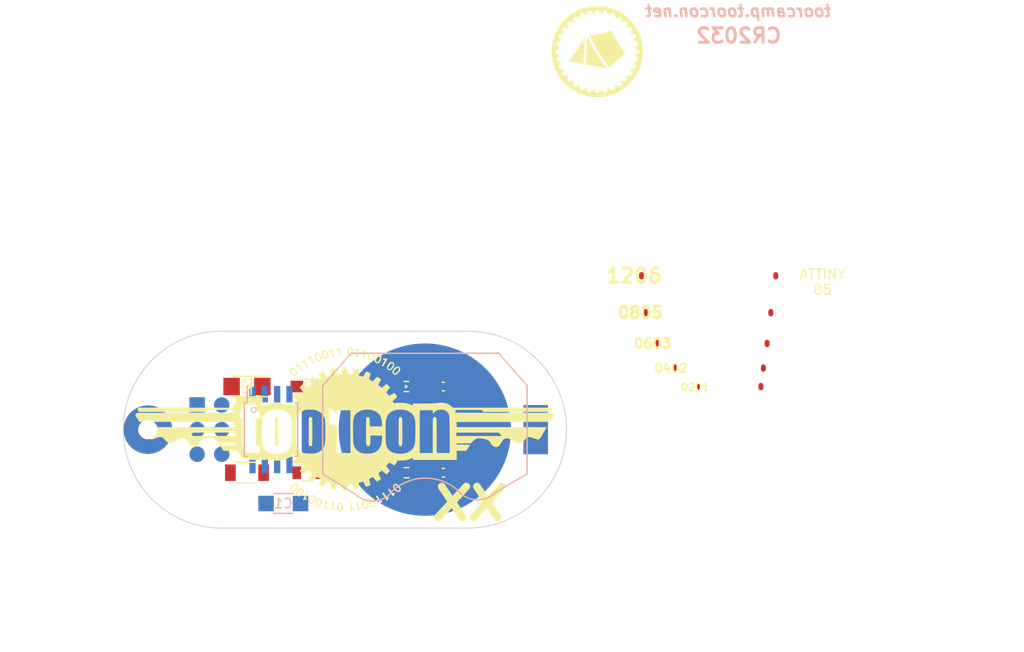
<source format=kicad_pcb>
(kicad_pcb (version 4) (host pcbnew 4.0.7)

  (general
    (links 36)
    (no_connects 36)
    (area 144.729999 97.739999 190.550001 118.160001)
    (thickness 1.6)
    (drawings 28)
    (tracks 0)
    (zones 0)
    (modules 27)
    (nets 14)
  )

  (page USLetter)
  (layers
    (0 F.Cu signal)
    (31 B.Cu signal)
    (34 B.Paste user)
    (35 F.Paste user)
    (36 B.SilkS user)
    (37 F.SilkS user)
    (38 B.Mask user)
    (39 F.Mask user)
    (40 Dwgs.User user)
    (44 Edge.Cuts user)
  )

  (setup
    (last_trace_width 0.1524)
    (user_trace_width 0.254)
    (user_trace_width 0.3048)
    (user_trace_width 0.4064)
    (user_trace_width 0.6096)
    (user_trace_width 2.032)
    (trace_clearance 0.1524)
    (zone_clearance 0.508)
    (zone_45_only no)
    (trace_min 0.1524)
    (segment_width 0.254)
    (edge_width 0.1)
    (via_size 0.6858)
    (via_drill 0.3302)
    (via_min_size 0.6858)
    (via_min_drill 0.3302)
    (user_via 1 0.5)
    (uvia_size 0.762)
    (uvia_drill 0.508)
    (uvias_allowed no)
    (uvia_min_size 0.508)
    (uvia_min_drill 0.127)
    (pcb_text_width 0.3)
    (pcb_text_size 1.5 1.5)
    (mod_edge_width 0.15)
    (mod_text_size 1 1)
    (mod_text_width 0.15)
    (pad_size 5 5)
    (pad_drill 2)
    (pad_to_mask_clearance 0)
    (aux_axis_origin 0 0)
    (grid_origin 210.82 95.25)
    (visible_elements 7FFEF7FF)
    (pcbplotparams
      (layerselection 0x010f0_80000000)
      (usegerberextensions true)
      (excludeedgelayer true)
      (linewidth 0.100000)
      (plotframeref false)
      (viasonmask false)
      (mode 1)
      (useauxorigin false)
      (hpglpennumber 1)
      (hpglpenspeed 20)
      (hpglpendiameter 15)
      (hpglpenoverlay 2)
      (psnegative false)
      (psa4output false)
      (plotreference true)
      (plotvalue true)
      (plotinvisibletext false)
      (padsonsilk false)
      (subtractmaskfromsilk false)
      (outputformat 1)
      (mirror false)
      (drillshape 0)
      (scaleselection 1)
      (outputdirectory gerbers/))
  )

  (net 0 "")
  (net 1 GND)
  (net 2 +BATT)
  (net 3 "Net-(CON1-Pad1)")
  (net 4 "Net-(CON1-Pad3)")
  (net 5 "Net-(CON1-Pad4)")
  (net 6 "Net-(CON1-Pad5)")
  (net 7 "Net-(D1-Pad1)")
  (net 8 "Net-(D2-Pad1)")
  (net 9 "Net-(D3-Pad1)")
  (net 10 "Net-(D0-Pad1)")
  (net 11 "Net-(D3-Pad2)")
  (net 12 "Net-(D4-Pad2)")
  (net 13 "Net-(D4-Pad1)")

  (net_class Default "This is the default net class."
    (clearance 0.1524)
    (trace_width 0.1524)
    (via_dia 0.6858)
    (via_drill 0.3302)
    (uvia_dia 0.762)
    (uvia_drill 0.508)
    (add_net +BATT)
    (add_net GND)
    (add_net "Net-(CON1-Pad1)")
    (add_net "Net-(CON1-Pad3)")
    (add_net "Net-(CON1-Pad4)")
    (add_net "Net-(CON1-Pad5)")
    (add_net "Net-(D0-Pad1)")
    (add_net "Net-(D1-Pad1)")
    (add_net "Net-(D2-Pad1)")
    (add_net "Net-(D3-Pad1)")
    (add_net "Net-(D3-Pad2)")
    (add_net "Net-(D4-Pad1)")
    (add_net "Net-(D4-Pad2)")
  )

  (module footprints:BATT_CR2032_SMD (layer B.Cu) (tedit 56CFB5D2) (tstamp 5A2CB063)
    (at 175.895 107.95 180)
    (tags battery)
    (path /56CFA61E)
    (fp_text reference BT1 (at 0 -5.08 180) (layer B.SilkS) hide
      (effects (font (size 1.72974 1.08712) (thickness 0.27178)) (justify mirror))
    )
    (fp_text value Battery (at 0 2.54 180) (layer B.SilkS) hide
      (effects (font (size 1.524 1.016) (thickness 0.254)) (justify mirror))
    )
    (fp_line (start -7.1755 -6.5405) (end -10.541 -4.572) (layer B.SilkS) (width 0.15))
    (fp_line (start 7.1755 -6.6675) (end 10.541 -4.572) (layer B.SilkS) (width 0.15))
    (fp_arc (start -5.4229 -4.6355) (end -3.5179 -6.4135) (angle -90) (layer B.SilkS) (width 0.15))
    (fp_arc (start 5.4102 -4.7625) (end 7.1882 -6.6675) (angle -90) (layer B.SilkS) (width 0.15))
    (fp_arc (start -0.0635 -10.033) (end -3.556 -6.4135) (angle -90) (layer B.SilkS) (width 0.15))
    (fp_line (start 7.62 7.874) (end 10.541 4.5085) (layer B.SilkS) (width 0.15))
    (fp_line (start -10.541 4.572) (end -7.5565 7.9375) (layer B.SilkS) (width 0.15))
    (fp_line (start -7.62 7.874) (end 7.62 7.874) (layer B.SilkS) (width 0.15))
    (fp_line (start -10.541 -4.572) (end -10.541 4.572) (layer B.SilkS) (width 0.15))
    (fp_line (start 10.541 -4.572) (end 10.541 4.572) (layer B.SilkS) (width 0.15))
    (fp_circle (center 0 0) (end -10.16 0) (layer Dwgs.User) (width 0.15))
    (pad 2 smd circle (at 0 0 180) (size 17.78 17.78) (layers B.Cu B.Paste B.Mask)
      (net 1 GND))
    (pad 1 smd rect (at -11.43 0 180) (size 2.54 5.08) (layers B.Cu B.Paste B.Mask)
      (net 2 +BATT))
    (pad 1 smd rect (at 11.43 0 180) (size 2.54 5.08) (layers B.Cu B.Paste B.Mask)
      (net 2 +BATT))
  )

  (module footprints:toor_logo (layer F.Cu) (tedit 0) (tstamp 5B386A67)
    (at 167.64 107.95)
    (fp_text reference G*** (at 0 0) (layer F.SilkS) hide
      (effects (font (thickness 0.3)))
    )
    (fp_text value LOGO (at 0.75 0) (layer F.SilkS) hide
      (effects (font (thickness 0.3)))
    )
    (fp_poly (pts (xy -0.397884 7.526998) (xy -0.305197 7.57658) (xy -0.239148 7.653914) (xy -0.211387 7.731316)
      (xy -0.195259 7.841643) (xy -0.190873 7.968341) (xy -0.198338 8.09486) (xy -0.217765 8.204648)
      (xy -0.235168 8.255515) (xy -0.305245 8.364116) (xy -0.395508 8.431557) (xy -0.498358 8.455197)
      (xy -0.606195 8.432396) (xy -0.659377 8.402914) (xy -0.732224 8.324833) (xy -0.781682 8.212269)
      (xy -0.806226 8.076593) (xy -0.80509 7.988416) (xy -0.65861 7.988416) (xy -0.655914 8.11483)
      (xy -0.635401 8.22213) (xy -0.620848 8.257808) (xy -0.570188 8.314871) (xy -0.506599 8.326243)
      (xy -0.438487 8.292336) (xy -0.396212 8.246806) (xy -0.367049 8.195623) (xy -0.348542 8.128414)
      (xy -0.337702 8.031508) (xy -0.334001 7.962451) (xy -0.330716 7.856617) (xy -0.333418 7.788022)
      (xy -0.344758 7.743212) (xy -0.367385 7.708734) (xy -0.388351 7.68654) (xy -0.457655 7.639916)
      (xy -0.521434 7.643667) (xy -0.579109 7.697612) (xy -0.611951 7.757073) (xy -0.643839 7.862595)
      (xy -0.65861 7.988416) (xy -0.80509 7.988416) (xy -0.804326 7.929177) (xy -0.774458 7.781392)
      (xy -0.7514 7.717596) (xy -0.686104 7.614156) (xy -0.598586 7.54706) (xy -0.499097 7.517583)
      (xy -0.397884 7.526998)) (layer F.SilkS) (width 0.01))
    (fp_poly (pts (xy 0.657058 7.553956) (xy 0.663245 7.618497) (xy 0.670473 7.709662) (xy 0.673214 7.748083)
      (xy 0.6819 7.863651) (xy 0.691355 7.97417) (xy 0.699774 8.058785) (xy 0.701101 8.070164)
      (xy 0.714107 8.177429) (xy 0.826953 8.161962) (xy 0.896367 8.154432) (xy 0.929249 8.161027)
      (xy 0.939187 8.187606) (xy 0.9398 8.21062) (xy 0.930854 8.256328) (xy 0.89448 8.280912)
      (xy 0.850707 8.29146) (xy 0.771145 8.322831) (xy 0.722586 8.36774) (xy 0.672465 8.416741)
      (xy 0.624355 8.438623) (xy 0.596905 8.441643) (xy 0.578754 8.432068) (xy 0.566977 8.400916)
      (xy 0.558644 8.339203) (xy 0.550828 8.237948) (xy 0.548681 8.20642) (xy 0.539139 8.067753)
      (xy 0.528564 7.917772) (xy 0.518908 7.784089) (xy 0.516901 7.756923) (xy 0.501593 7.550946)
      (xy 0.574646 7.536916) (xy 0.628319 7.528473) (xy 0.653016 7.528076) (xy 0.657058 7.553956)) (layer F.SilkS) (width 0.01))
    (fp_poly (pts (xy 1.359167 7.448313) (xy 1.359216 7.448373) (xy 1.364882 7.474477) (xy 1.376735 7.540848)
      (xy 1.393063 7.637572) (xy 1.412155 7.754732) (xy 1.412951 7.7597) (xy 1.461784 8.0645)
      (xy 1.575442 8.0645) (xy 1.647801 8.068457) (xy 1.681671 8.083441) (xy 1.6891 8.109038)
      (xy 1.667402 8.149754) (xy 1.612063 8.191665) (xy 1.6002 8.197938) (xy 1.535162 8.241596)
      (xy 1.490303 8.291534) (xy 1.486226 8.29945) (xy 1.442826 8.346967) (xy 1.404827 8.3566)
      (xy 1.361955 8.344058) (xy 1.338841 8.297888) (xy 1.33384 8.27405) (xy 1.32451 8.219159)
      (xy 1.309094 8.125896) (xy 1.289525 8.006053) (xy 1.267736 7.871421) (xy 1.261351 7.831752)
      (xy 1.203523 7.472005) (xy 1.278918 7.456926) (xy 1.333358 7.44822) (xy 1.359167 7.448313)) (layer F.SilkS) (width 0.01))
    (fp_poly (pts (xy -1.142152 7.447836) (xy -1.116914 7.459099) (xy -1.112884 7.491279) (xy -1.117417 7.562333)
      (xy -1.129486 7.661248) (xy -1.145018 7.7597) (xy -1.164527 7.874802) (xy -1.180308 7.972325)
      (xy -1.190558 8.04084) (xy -1.193575 8.067603) (xy -1.17126 8.089016) (xy -1.115218 8.107929)
      (xy -1.0922 8.112353) (xy -1.022616 8.130152) (xy -0.993362 8.158045) (xy -0.9906 8.175755)
      (xy -1.003878 8.20934) (xy -1.051002 8.229375) (xy -1.094172 8.236803) (xy -1.171859 8.255428)
      (xy -1.233245 8.283965) (xy -1.242222 8.290947) (xy -1.292825 8.320313) (xy -1.346911 8.33026)
      (xy -1.386314 8.31978) (xy -1.395417 8.29945) (xy -1.3908 8.264662) (xy -1.379062 8.189015)
      (xy -1.361686 8.081714) (xy -1.340154 7.951967) (xy -1.324861 7.8613) (xy -1.298756 7.709854)
      (xy -1.278436 7.601252) (xy -1.26164 7.528179) (xy -1.246103 7.48332) (xy -1.229564 7.459361)
      (xy -1.20976 7.448985) (xy -1.196515 7.446399) (xy -1.142152 7.447836)) (layer F.SilkS) (width 0.01))
    (fp_poly (pts (xy 2.168416 7.314186) (xy 2.25555 7.38391) (xy 2.330079 7.493816) (xy 2.388493 7.638747)
      (xy 2.426826 7.8105) (xy 2.426894 7.938032) (xy 2.39167 8.04914) (xy 2.328133 8.13689)
      (xy 2.243265 8.194349) (xy 2.144046 8.214584) (xy 2.042064 8.192677) (xy 1.949163 8.127048)
      (xy 1.872104 8.021445) (xy 1.81536 7.885408) (xy 1.78341 7.728474) (xy 1.778 7.629858)
      (xy 1.779817 7.612764) (xy 1.919194 7.612764) (xy 1.939229 7.797875) (xy 1.995722 7.949301)
      (xy 2.04914 8.027045) (xy 2.110545 8.085555) (xy 2.163924 8.098182) (xy 2.219818 8.066328)
      (xy 2.2352 8.0518) (xy 2.271309 7.985401) (xy 2.283204 7.892495) (xy 2.274236 7.784518)
      (xy 2.247758 7.672905) (xy 2.207121 7.569092) (xy 2.155675 7.484515) (xy 2.096774 7.430609)
      (xy 2.049206 7.417188) (xy 1.980944 7.427239) (xy 1.940551 7.462129) (xy 1.922124 7.530739)
      (xy 1.919194 7.612764) (xy 1.779817 7.612764) (xy 1.793141 7.487422) (xy 1.839452 7.384561)
      (xy 1.918263 7.319736) (xy 2.030906 7.29141) (xy 2.072189 7.2898) (xy 2.168416 7.314186)) (layer F.SilkS) (width 0.01))
    (fp_poly (pts (xy -1.826061 7.302205) (xy -1.821469 7.303954) (xy -1.806956 7.31736) (xy -1.803291 7.348107)
      (xy -1.81153 7.404538) (xy -1.83273 7.494992) (xy -1.857642 7.589704) (xy -1.887853 7.703195)
      (xy -1.913185 7.800574) (xy -1.930627 7.870128) (xy -1.936901 7.898015) (xy -1.918167 7.930685)
      (xy -1.855283 7.95978) (xy -1.846332 7.962452) (xy -1.785631 7.984024) (xy -1.752967 8.00381)
      (xy -1.751082 8.008286) (xy -1.752474 8.047821) (xy -1.7526 8.0645) (xy -1.767787 8.089793)
      (xy -1.819263 8.101177) (xy -1.865086 8.1026) (xy -1.950085 8.111644) (xy -2.009336 8.135296)
      (xy -2.015672 8.1407) (xy -2.071106 8.174082) (xy -2.123796 8.172198) (xy -2.147343 8.151712)
      (xy -2.146709 8.119276) (xy -2.134407 8.046503) (xy -2.112239 7.942036) (xy -2.082007 7.814519)
      (xy -2.054668 7.707212) (xy -2.012625 7.549166) (xy -1.979452 7.434447) (xy -1.951705 7.357095)
      (xy -1.925938 7.311154) (xy -1.898706 7.290663) (xy -1.866562 7.289666) (xy -1.826061 7.302205)) (layer F.SilkS) (width 0.01))
    (fp_poly (pts (xy 2.849422 7.088514) (xy 2.937471 7.14916) (xy 3.017603 7.248553) (xy 3.083697 7.37467)
      (xy 3.129634 7.515489) (xy 3.149293 7.65899) (xy 3.1496 7.67812) (xy 3.135783 7.801989)
      (xy 3.091068 7.890614) (xy 3.01056 7.952393) (xy 2.981996 7.965583) (xy 2.903823 7.99337)
      (xy 2.844652 7.996095) (xy 2.779056 7.973324) (xy 2.754824 7.961703) (xy 2.663099 7.891468)
      (xy 2.585563 7.785449) (xy 2.525876 7.656163) (xy 2.487697 7.516126) (xy 2.474686 7.377855)
      (xy 2.475948 7.367963) (xy 2.630712 7.367963) (xy 2.630989 7.392406) (xy 2.644179 7.520369)
      (xy 2.677094 7.636948) (xy 2.724786 7.736167) (xy 2.782307 7.812051) (xy 2.844709 7.858625)
      (xy 2.907043 7.869912) (xy 2.964361 7.839938) (xy 2.983059 7.817548) (xy 3.013865 7.747475)
      (xy 3.0226 7.691501) (xy 3.008997 7.603037) (xy 2.973529 7.493082) (xy 2.924207 7.381234)
      (xy 2.869041 7.287089) (xy 2.844487 7.255768) (xy 2.794881 7.206295) (xy 2.755603 7.190334)
      (xy 2.70684 7.200508) (xy 2.701318 7.20245) (xy 2.662251 7.219338) (xy 2.640779 7.243592)
      (xy 2.631924 7.288653) (xy 2.630712 7.367963) (xy 2.475948 7.367963) (xy 2.490505 7.253868)
      (xy 2.524944 7.175529) (xy 2.589222 7.117998) (xy 2.681275 7.082126) (xy 2.78073 7.073377)
      (xy 2.849422 7.088514)) (layer F.SilkS) (width 0.01))
    (fp_poly (pts (xy -2.543589 7.066042) (xy -2.467984 7.093063) (xy -2.395702 7.155249) (xy -2.354 7.246834)
      (xy -2.340057 7.358944) (xy -2.351055 7.482701) (xy -2.384173 7.609229) (xy -2.436591 7.72965)
      (xy -2.505491 7.835089) (xy -2.588053 7.916669) (xy -2.681456 7.965512) (xy -2.748289 7.975505)
      (xy -2.809294 7.962345) (xy -2.880371 7.930355) (xy -2.887629 7.926064) (xy -2.964624 7.865653)
      (xy -3.006775 7.792981) (xy -3.019659 7.69478) (xy -3.018372 7.669372) (xy -2.875247 7.669372)
      (xy -2.86958 7.758516) (xy -2.847909 7.806754) (xy -2.78855 7.843836) (xy -2.717564 7.838585)
      (xy -2.649626 7.792131) (xy -2.648999 7.79145) (xy -2.578986 7.693029) (xy -2.522317 7.572645)
      (xy -2.484782 7.447345) (xy -2.47217 7.334176) (xy -2.477341 7.285971) (xy -2.513504 7.214673)
      (xy -2.57615 7.183356) (xy -2.65576 7.196163) (xy -2.669215 7.202471) (xy -2.728684 7.254762)
      (xy -2.782918 7.340772) (xy -2.82802 7.447326) (xy -2.860095 7.561251) (xy -2.875247 7.669372)
      (xy -3.018372 7.669372) (xy -3.01591 7.620805) (xy -2.985145 7.449543) (xy -2.92904 7.303869)
      (xy -2.852213 7.188234) (xy -2.759283 7.107086) (xy -2.654869 7.064872) (xy -2.543589 7.066042)) (layer F.SilkS) (width 0.01))
    (fp_poly (pts (xy 3.368205 6.814138) (xy 3.381947 6.839164) (xy 3.412939 6.900914) (xy 3.456649 6.990221)
      (xy 3.508546 7.097915) (xy 3.510973 7.102987) (xy 3.6449 7.382996) (xy 3.7465 7.33752)
      (xy 3.810236 7.310696) (xy 3.843414 7.305528) (xy 3.861414 7.321987) (xy 3.86905 7.337281)
      (xy 3.872091 7.376673) (xy 3.84252 7.426378) (xy 3.7992 7.473319) (xy 3.746549 7.533384)
      (xy 3.71378 7.585038) (xy 3.7084 7.603866) (xy 3.688226 7.647182) (xy 3.661129 7.66891)
      (xy 3.641793 7.674154) (xy 3.621423 7.664482) (xy 3.596256 7.634017) (xy 3.56253 7.576883)
      (xy 3.51648 7.487205) (xy 3.454343 7.359107) (xy 3.429882 7.307854) (xy 3.368182 7.178053)
      (xy 3.313944 7.063513) (xy 3.271031 6.972429) (xy 3.243308 6.912994) (xy 3.23487 6.894274)
      (xy 3.247798 6.869137) (xy 3.287789 6.838908) (xy 3.334211 6.815988) (xy 3.366432 6.812775)
      (xy 3.368205 6.814138)) (layer F.SilkS) (width 0.01))
    (fp_poly (pts (xy -3.167917 6.793537) (xy -3.075309 6.863458) (xy -3.020123 6.963091) (xy -3.006556 7.083721)
      (xy -3.010769 7.119967) (xy -3.047994 7.25967) (xy -3.108909 7.391971) (xy -3.186671 7.507994)
      (xy -3.274436 7.598863) (xy -3.365359 7.655701) (xy -3.435424 7.670705) (xy -3.51416 7.65693)
      (xy -3.594906 7.623531) (xy -3.601084 7.619893) (xy -3.664121 7.56738) (xy -3.707976 7.506235)
      (xy -3.710896 7.499338) (xy -3.721001 7.43458) (xy -3.580088 7.43458) (xy -3.559955 7.502274)
      (xy -3.55092 7.513319) (xy -3.489924 7.54202) (xy -3.415708 7.530374) (xy -3.342258 7.480937)
      (xy -3.335434 7.47395) (xy -3.261057 7.376053) (xy -3.203847 7.264212) (xy -3.166876 7.150022)
      (xy -3.153219 7.045082) (xy -3.165949 6.960989) (xy -3.189515 6.923314) (xy -3.239895 6.889151)
      (xy -3.293414 6.893316) (xy -3.362019 6.937403) (xy -3.374962 6.948072) (xy -3.444227 7.024854)
      (xy -3.503132 7.123973) (xy -3.547917 7.233352) (xy -3.574822 7.340914) (xy -3.580088 7.43458)
      (xy -3.721001 7.43458) (xy -3.726143 7.401637) (xy -3.71235 7.278374) (xy -3.671884 7.143915)
      (xy -3.640865 7.0739) (xy -3.552254 6.928835) (xy -3.454208 6.828772) (xy -3.3494 6.775294)
      (xy -3.240505 6.769988) (xy -3.167917 6.793537)) (layer F.SilkS) (width 0.01))
    (fp_poly (pts (xy 4.01394 6.505944) (xy 4.048256 6.564465) (xy 4.097503 6.648966) (xy 4.152511 6.7437)
      (xy 4.211405 6.844851) (xy 4.260797 6.928862) (xy 4.295264 6.986561) (xy 4.309165 7.008567)
      (xy 4.334746 7.003999) (xy 4.388129 6.979728) (xy 4.41461 6.965456) (xy 4.475373 6.933265)
      (xy 4.50835 6.92594) (xy 4.529492 6.942509) (xy 4.539604 6.957836) (xy 4.552263 6.994389)
      (xy 4.534914 7.032374) (xy 4.494077 7.075549) (xy 4.436912 7.151075) (xy 4.4196 7.215634)
      (xy 4.398991 7.281137) (xy 4.342981 7.313347) (xy 4.321307 7.3152) (xy 4.302973 7.294457)
      (xy 4.263874 7.237136) (xy 4.208742 7.150596) (xy 4.142308 7.0422) (xy 4.095821 6.96438)
      (xy 4.02422 6.842541) (xy 3.961407 6.73413) (xy 3.912169 6.647528) (xy 3.881292 6.591115)
      (xy 3.873555 6.575204) (xy 3.882705 6.535258) (xy 3.9266 6.505973) (xy 3.976378 6.486209)
      (xy 3.999811 6.482399) (xy 4.01394 6.505944)) (layer F.SilkS) (width 0.01))
    (fp_poly (pts (xy -3.802498 6.468028) (xy -3.77361 6.482958) (xy -3.755559 6.497422) (xy -3.750768 6.518583)
      (xy -3.761661 6.553603) (xy -3.790663 6.609647) (xy -3.840196 6.693878) (xy -3.912685 6.813459)
      (xy -3.927825 6.838412) (xy -4.063968 7.062932) (xy -3.975084 7.115375) (xy -3.913808 7.154773)
      (xy -3.890452 7.184139) (xy -3.897704 7.216566) (xy -3.908428 7.234736) (xy -3.932332 7.254093)
      (xy -3.976278 7.252622) (xy -4.031293 7.238188) (xy -4.114635 7.221076) (xy -4.173941 7.230524)
      (xy -4.185585 7.236101) (xy -4.232942 7.259352) (xy -4.261461 7.258421) (xy -4.297213 7.23265)
      (xy -4.308892 7.216679) (xy -4.308932 7.191032) (xy -4.294439 7.149457) (xy -4.262517 7.085703)
      (xy -4.210272 6.993517) (xy -4.13481 6.866648) (xy -4.104424 6.816279) (xy -3.871912 6.431658)
      (xy -3.802498 6.468028)) (layer F.SilkS) (width 0.01))
    (fp_poly (pts (xy 4.587837 6.115627) (xy 4.635979 6.168977) (xy 4.698682 6.247748) (xy 4.764472 6.3373)
      (xy 4.833684 6.432208) (xy 4.893773 6.509554) (xy 4.938068 6.561082) (xy 4.95939 6.5786)
      (xy 4.99416 6.564995) (xy 5.049198 6.531468) (xy 5.060597 6.523529) (xy 5.112861 6.48937)
      (xy 5.142334 6.484581) (xy 5.166344 6.50737) (xy 5.16993 6.512213) (xy 5.186186 6.548493)
      (xy 5.169985 6.585324) (xy 5.140961 6.616929) (xy 5.087197 6.69313) (xy 5.075706 6.781158)
      (xy 5.077163 6.796756) (xy 5.062559 6.833193) (xy 5.032023 6.868144) (xy 5.0135 6.882096)
      (xy 4.994476 6.884669) (xy 4.970104 6.87093) (xy 4.935542 6.835944) (xy 4.885944 6.774779)
      (xy 4.816466 6.682501) (xy 4.722264 6.554176) (xy 4.718033 6.548387) (xy 4.622782 6.417261)
      (xy 4.554554 6.320508) (xy 4.509867 6.251883) (xy 4.485241 6.205136) (xy 4.477193 6.174022)
      (xy 4.482243 6.152291) (xy 4.490719 6.14045) (xy 4.533995 6.105073) (xy 4.561248 6.096)
      (xy 4.587837 6.115627)) (layer F.SilkS) (width 0.01))
    (fp_poly (pts (xy -4.391997 6.060425) (xy -4.377769 6.068729) (xy -4.295719 6.144334) (xy -4.256618 6.241787)
      (xy -4.25986 6.356788) (xy -4.304841 6.485036) (xy -4.390955 6.622232) (xy -4.468582 6.714043)
      (xy -4.586964 6.818648) (xy -4.700827 6.87422) (xy -4.808898 6.880387) (xy -4.902899 6.841583)
      (xy -4.980024 6.778602) (xy -5.018481 6.71043) (xy -5.027127 6.632339) (xy -4.9022 6.632339)
      (xy -4.885053 6.708469) (xy -4.838519 6.748396) (xy -4.769965 6.75099) (xy -4.686756 6.715118)
      (xy -4.631931 6.67385) (xy -4.534936 6.574518) (xy -4.462256 6.471513) (xy -4.415458 6.371848)
      (xy -4.39611 6.282536) (xy -4.405777 6.210589) (xy -4.446029 6.163021) (xy -4.514148 6.1468)
      (xy -4.582907 6.16857) (xy -4.661586 6.226528) (xy -4.74137 6.309644) (xy -4.813442 6.406885)
      (xy -4.868988 6.507221) (xy -4.89919 6.599621) (xy -4.9022 6.632339) (xy -5.027127 6.632339)
      (xy -5.028645 6.618633) (xy -5.028643 6.618195) (xy -5.0043 6.476722) (xy -4.935649 6.330216)
      (xy -4.836786 6.198825) (xy -4.720484 6.091038) (xy -4.609489 6.032582) (xy -4.500945 6.022647)
      (xy -4.391997 6.060425)) (layer F.SilkS) (width 0.01))
    (fp_poly (pts (xy 5.341315 5.611352) (xy 5.396067 5.64245) (xy 5.469787 5.697317) (xy 5.540118 5.758288)
      (xy 5.663245 5.893205) (xy 5.740922 6.023578) (xy 5.772554 6.146565) (xy 5.757546 6.259321)
      (xy 5.695302 6.359005) (xy 5.670855 6.382835) (xy 5.583501 6.429769) (xy 5.478927 6.441735)
      (xy 5.378727 6.416542) (xy 5.3721 6.413152) (xy 5.278232 6.348372) (xy 5.177488 6.256032)
      (xy 5.08685 6.153418) (xy 5.02364 6.058472) (xy 4.990047 5.970442) (xy 4.972302 5.879136)
      (xy 4.971472 5.860277) (xy 4.975867 5.84059) (xy 5.11025 5.84059) (xy 5.114151 5.923375)
      (xy 5.116381 5.933094) (xy 5.146754 5.99419) (xy 5.205571 6.072552) (xy 5.280581 6.155039)
      (xy 5.359532 6.228512) (xy 5.430174 6.279829) (xy 5.4483 6.28911) (xy 5.507901 6.314446)
      (xy 5.541048 6.319747) (xy 5.56836 6.304077) (xy 5.592349 6.282563) (xy 5.632628 6.214724)
      (xy 5.629117 6.128007) (xy 5.582381 6.028308) (xy 5.56587 6.00456) (xy 5.465987 5.88507)
      (xy 5.366606 5.795714) (xy 5.274254 5.740987) (xy 5.195456 5.725383) (xy 5.168901 5.731214)
      (xy 5.130061 5.770536) (xy 5.11025 5.84059) (xy 4.975867 5.84059) (xy 4.994333 5.757888)
      (xy 5.055189 5.67434) (xy 5.142448 5.617435) (xy 5.244519 5.594974) (xy 5.341315 5.611352)) (layer F.SilkS) (width 0.01))
    (fp_poly (pts (xy -4.977125 5.589882) (xy -4.895718 5.649314) (xy -4.84243 5.73941) (xy -4.826 5.84083)
      (xy -4.84734 5.950764) (xy -4.905687 6.070634) (xy -4.992537 6.187811) (xy -5.099385 6.289664)
      (xy -5.154823 6.329113) (xy -5.281851 6.388411) (xy -5.398081 6.398415) (xy -5.50292 6.359115)
      (xy -5.534388 6.335768) (xy -5.607377 6.245355) (xy -5.630659 6.148251) (xy -5.50277 6.148251)
      (xy -5.491413 6.185133) (xy -5.475659 6.210875) (xy -5.41974 6.262171) (xy -5.346968 6.267997)
      (xy -5.254181 6.228537) (xy -5.246887 6.224104) (xy -5.15785 6.153909) (xy -5.0744 6.061943)
      (xy -5.00625 5.96187) (xy -4.963115 5.867359) (xy -4.953 5.810649) (xy -4.972346 5.736664)
      (xy -5.029121 5.696613) (xy -5.082333 5.6896) (xy -5.146757 5.70937) (xy -5.227105 5.761889)
      (xy -5.31215 5.836972) (xy -5.390663 5.924433) (xy -5.451419 6.014086) (xy -5.46155 6.033635)
      (xy -5.493314 6.104004) (xy -5.50277 6.148251) (xy -5.630659 6.148251) (xy -5.632877 6.139002)
      (xy -5.610262 6.020383) (xy -5.594471 5.983921) (xy -5.480961 5.806746) (xy -5.328369 5.656898)
      (xy -5.29935 5.635019) (xy -5.188012 5.578791) (xy -5.07758 5.56506) (xy -4.977125 5.589882)) (layer F.SilkS) (width 0.01))
    (fp_poly (pts (xy 0.125229 -6.398834) (xy 0.205517 -6.392458) (xy 0.246591 -6.380962) (xy 0.255099 -6.36905)
      (xy 0.259013 -6.319675) (xy 0.267692 -6.238546) (xy 0.279605 -6.137621) (xy 0.293222 -6.028855)
      (xy 0.307012 -5.924205) (xy 0.319443 -5.835627) (xy 0.328987 -5.775077) (xy 0.333772 -5.754482)
      (xy 0.361465 -5.748992) (xy 0.427937 -5.741365) (xy 0.521282 -5.732878) (xy 0.5715 -5.728924)
      (xy 0.8001 -5.711773) (xy 0.886544 -5.99124) (xy 0.922187 -6.104392) (xy 0.953563 -6.200194)
      (xy 0.977066 -6.267865) (xy 0.988503 -6.295808) (xy 1.022424 -6.304355) (xy 1.102902 -6.297706)
      (xy 1.228101 -6.276123) (xy 1.396186 -6.239865) (xy 1.419018 -6.234572) (xy 1.479137 -6.220542)
      (xy 1.460939 -5.923321) (xy 1.453476 -5.804831) (xy 1.446805 -5.705072) (xy 1.441675 -5.634894)
      (xy 1.43892 -5.60553) (xy 1.45934 -5.589679) (xy 1.515334 -5.564608) (xy 1.593595 -5.534933)
      (xy 1.68082 -5.505271) (xy 1.763701 -5.480239) (xy 1.828934 -5.464456) (xy 1.854436 -5.461341)
      (xy 1.882619 -5.482824) (xy 1.928449 -5.543012) (xy 1.98713 -5.635035) (xy 2.040513 -5.7277)
      (xy 2.099379 -5.830998) (xy 2.150758 -5.915668) (xy 2.189159 -5.973028) (xy 2.209093 -5.994398)
      (xy 2.209187 -5.9944) (xy 2.240477 -5.985151) (xy 2.306827 -5.960364) (xy 2.396594 -5.924484)
      (xy 2.44631 -5.903902) (xy 2.6625 -5.813403) (xy 2.617032 -5.656252) (xy 2.583581 -5.54108)
      (xy 2.54737 -5.417068) (xy 2.528032 -5.351167) (xy 2.50643 -5.272174) (xy 2.49407 -5.215654)
      (xy 2.4932 -5.195761) (xy 2.517918 -5.181082) (xy 2.576724 -5.148105) (xy 2.659041 -5.102734)
      (xy 2.701938 -5.079298) (xy 2.797103 -5.028036) (xy 2.858084 -4.998706) (xy 2.895259 -4.988851)
      (xy 2.919007 -4.996011) (xy 2.939706 -5.01773) (xy 2.943238 -5.022154) (xy 3.061453 -5.167496)
      (xy 3.16289 -5.28576) (xy 3.244378 -5.373549) (xy 3.302744 -5.427468) (xy 3.334813 -5.44412)
      (xy 3.336831 -5.443403) (xy 3.369953 -5.422316) (xy 3.433645 -5.380507) (xy 3.516323 -5.3256)
      (xy 3.550728 -5.302607) (xy 3.735956 -5.178597) (xy 3.4417 -4.617475) (xy 3.5433 -4.528504)
      (xy 3.620773 -4.462349) (xy 3.698423 -4.398613) (xy 3.726042 -4.376826) (xy 3.807184 -4.314119)
      (xy 4.046444 -4.50656) (xy 4.140882 -4.581052) (xy 4.221772 -4.642124) (xy 4.28059 -4.683523)
      (xy 4.308805 -4.698998) (xy 4.308936 -4.699001) (xy 4.336669 -4.681855) (xy 4.388278 -4.637225)
      (xy 4.453583 -4.575321) (xy 4.522404 -4.506355) (xy 4.584563 -4.440536) (xy 4.629879 -4.388076)
      (xy 4.648174 -4.359184) (xy 4.6482 -4.358698) (xy 4.633344 -4.331489) (xy 4.592878 -4.27316)
      (xy 4.532952 -4.192236) (xy 4.459715 -4.097244) (xy 4.458419 -4.095592) (xy 4.268638 -3.853923)
      (xy 4.317309 -3.787512) (xy 4.361695 -3.731113) (xy 4.423865 -3.65699) (xy 4.467683 -3.6068)
      (xy 4.569385 -3.4925) (xy 4.849533 -3.638232) (xy 5.129682 -3.783963) (xy 5.252749 -3.600132)
      (xy 5.310463 -3.513526) (xy 5.358018 -3.441436) (xy 5.387743 -3.395519) (xy 5.392695 -3.387482)
      (xy 5.379799 -3.363578) (xy 5.336213 -3.31475) (xy 5.270178 -3.24871) (xy 5.189936 -3.173167)
      (xy 5.103726 -3.095832) (xy 5.019792 -3.024416) (xy 4.946373 -2.966629) (xy 4.930864 -2.955383)
      (xy 4.937263 -2.931849) (xy 4.963749 -2.878376) (xy 4.990471 -2.830882) (xy 5.0324 -2.763144)
      (xy 5.064705 -2.730447) (xy 5.102514 -2.723472) (xy 5.152307 -2.731202) (xy 5.301076 -2.752484)
      (xy 5.482382 -2.766399) (xy 5.678401 -2.772241) (xy 5.87131 -2.769308) (xy 5.971466 -2.76356)
      (xy 6.311703 -2.718648) (xy 6.617714 -2.637943) (xy 6.82625 -2.553549) (xy 7.0104 -2.466304)
      (xy 7.0104 -2.6924) (xy 8.17245 -2.692776) (xy 8.458363 -2.693132) (xy 8.698237 -2.694093)
      (xy 8.896829 -2.695802) (xy 9.058896 -2.698401) (xy 9.189197 -2.702031) (xy 9.292488 -2.706834)
      (xy 9.373529 -2.712953) (xy 9.437077 -2.720529) (xy 9.487889 -2.729704) (xy 9.4996 -2.732369)
      (xy 9.647995 -2.75649) (xy 9.826047 -2.768509) (xy 10.014075 -2.768418) (xy 10.192395 -2.75621)
      (xy 10.3378 -2.732708) (xy 10.534589 -2.669014) (xy 10.735829 -2.572701) (xy 10.920128 -2.454887)
      (xy 11.005913 -2.385495) (xy 11.146041 -2.2606) (xy 16.197937 -2.260601) (xy 21.249834 -2.260601)
      (xy 21.329345 -2.178051) (xy 21.408855 -2.0955) (xy 21.328206 -1.96215) (xy 21.247556 -1.8288)
      (xy 14.310509 -1.8288) (xy 14.2113 -1.9304) (xy 14.11209 -2.032) (xy 11.436163 -2.032)
      (xy 11.405134 -1.957091) (xy 11.387778 -1.859851) (xy 11.397819 -1.811041) (xy 11.421532 -1.7399)
      (xy 21.447652 -1.727074) (xy 21.518826 -1.658885) (xy 21.563527 -1.607753) (xy 21.586848 -1.554673)
      (xy 21.587104 -1.492522) (xy 21.562614 -1.414176) (xy 21.511694 -1.312514) (xy 21.432661 -1.180411)
      (xy 21.389806 -1.112773) (xy 21.189612 -0.8001) (xy 11.5316 -0.78727) (xy 11.5316 -0.254)
      (xy 16.1798 -0.254) (xy 16.661687 -0.253938) (xy 17.129772 -0.253755) (xy 17.581541 -0.253457)
      (xy 18.014479 -0.253051) (xy 18.426073 -0.252542) (xy 18.81381 -0.251939) (xy 19.175175 -0.251245)
      (xy 19.507655 -0.250469) (xy 19.808735 -0.249616) (xy 20.075903 -0.248693) (xy 20.306644 -0.247705)
      (xy 20.498445 -0.246659) (xy 20.648791 -0.245562) (xy 20.75517 -0.244419) (xy 20.815067 -0.243237)
      (xy 20.828 -0.242368) (xy 20.815197 -0.217738) (xy 20.780197 -0.158702) (xy 20.728108 -0.073692)
      (xy 20.664039 0.028863) (xy 20.653236 0.045991) (xy 20.569304 0.183182) (xy 20.479762 0.336554)
      (xy 20.396881 0.484766) (xy 20.346874 0.578914) (xy 20.246704 0.756305) (xy 20.152296 0.885877)
      (xy 20.061391 0.969978) (xy 19.971735 1.010952) (xy 19.926451 1.016) (xy 19.868171 1.006456)
      (xy 19.776324 0.980521) (xy 19.663852 0.942236) (xy 19.551874 0.899005) (xy 19.33508 0.820975)
      (xy 19.145813 0.774979) (xy 18.987401 0.761544) (xy 18.863168 0.781198) (xy 18.847378 0.78716)
      (xy 18.800096 0.818265) (xy 18.729413 0.87885) (xy 18.645149 0.959968) (xy 18.563033 1.046182)
      (xy 18.44154 1.173846) (xy 18.340038 1.265446) (xy 18.249087 1.326326) (xy 18.159246 1.361828)
      (xy 18.061076 1.377295) (xy 17.975042 1.378936) (xy 17.88665 1.372471) (xy 17.797892 1.354494)
      (xy 17.700923 1.32176) (xy 17.5879 1.271024) (xy 17.450977 1.199043) (xy 17.282311 1.102573)
      (xy 17.224935 1.06872) (xy 17.026459 0.966174) (xy 16.848957 0.907411) (xy 16.688783 0.89178)
      (xy 16.542292 0.918627) (xy 16.493578 0.937939) (xy 16.445873 0.963109) (xy 16.400575 0.996753)
      (xy 16.352583 1.04501) (xy 16.2968 1.11402) (xy 16.228126 1.209921) (xy 16.141463 1.338854)
      (xy 16.07013 1.4478) (xy 15.992482 1.562891) (xy 15.930527 1.642925) (xy 15.875626 1.697438)
      (xy 15.819139 1.735966) (xy 15.799768 1.74625) (xy 15.68654 1.790447) (xy 15.581846 1.79855)
      (xy 15.468235 1.770373) (xy 15.401248 1.741978) (xy 15.245828 1.642881) (xy 15.108213 1.498094)
      (xy 14.987082 1.306225) (xy 14.986 1.30416) (xy 14.937603 1.215671) (xy 14.896527 1.158952)
      (xy 14.847848 1.120104) (xy 14.776641 1.085228) (xy 14.730111 1.06583) (xy 14.501767 0.983972)
      (xy 14.279315 0.930858) (xy 14.039246 0.901295) (xy 13.963159 0.896395) (xy 13.689618 0.881759)
      (xy 13.500389 0.975281) (xy 13.377509 1.04394) (xy 13.273146 1.123116) (xy 13.166887 1.228616)
      (xy 13.151629 1.245355) (xy 12.9921 1.421907) (xy 12.26185 1.422153) (xy 11.5316 1.4224)
      (xy 11.5316 1.548596) (xy 12.228815 1.555348) (xy 12.926031 1.5621) (xy 12.723411 1.87325)
      (xy 12.52079 2.1844) (xy 11.5316 2.1844) (xy 11.5316 3.1242) (xy 7.0104 3.1242)
      (xy 7.0104 2.894744) (xy 6.88975 2.955142) (xy 6.668812 3.05047) (xy 6.436175 3.119104)
      (xy 6.18181 3.16306) (xy 5.895685 3.184355) (xy 5.735859 3.187137) (xy 5.586156 3.187695)
      (xy 5.480698 3.1894) (xy 5.412933 3.193036) (xy 5.376308 3.199385) (xy 5.36427 3.209231)
      (xy 5.370266 3.223357) (xy 5.376034 3.230148) (xy 5.391515 3.253858) (xy 5.391719 3.283017)
      (xy 5.372905 3.327174) (xy 5.331332 3.395879) (xy 5.281505 3.471448) (xy 5.223287 3.558391)
      (xy 5.176609 3.627843) (xy 5.14801 3.670089) (xy 5.142358 3.678205) (xy 5.118704 3.670532)
      (xy 5.058638 3.643866) (xy 4.971001 3.602299) (xy 4.864631 3.549928) (xy 4.854501 3.544855)
      (xy 4.746321 3.490992) (xy 4.655665 3.446593) (xy 4.591565 3.416029) (xy 4.563053 3.403671)
      (xy 4.562584 3.4036) (xy 4.543195 3.422001) (xy 4.499868 3.471289) (xy 4.440281 3.54259)
      (xy 4.407825 3.58244) (xy 4.263328 3.761281) (xy 4.455764 4.000535) (xy 4.530206 4.094713)
      (xy 4.591252 4.175032) (xy 4.632661 4.233066) (xy 4.648195 4.260383) (xy 4.6482 4.260525)
      (xy 4.63121 4.286259) (xy 4.585588 4.338282) (xy 4.519356 4.40771) (xy 4.47675 4.450393)
      (xy 4.3053 4.619525) (xy 3.805102 4.217419) (xy 3.629751 4.361675) (xy 3.551754 4.428413)
      (xy 3.491595 4.484784) (xy 3.458257 4.522143) (xy 3.4544 4.530421) (xy 3.465685 4.561328)
      (xy 3.496383 4.627155) (xy 3.541759 4.718129) (xy 3.595079 4.820709) (xy 3.649176 4.924461)
      (xy 3.692358 5.01024) (xy 3.720234 5.069112) (xy 3.728429 5.092134) (xy 3.690933 5.118619)
      (xy 3.627428 5.161358) (xy 3.549295 5.212937) (xy 3.467913 5.265943) (xy 3.394665 5.312964)
      (xy 3.340931 5.346587) (xy 3.318099 5.3594) (xy 3.298132 5.341229) (xy 3.252083 5.291656)
      (xy 3.186648 5.218088) (xy 3.108525 5.127933) (xy 3.102355 5.120725) (xy 2.898204 4.882051)
      (xy 2.700052 4.984816) (xy 2.610517 5.031504) (xy 2.539957 5.068775) (xy 2.49916 5.09091)
      (xy 2.493469 5.094338) (xy 2.496631 5.119903) (xy 2.511495 5.184457) (xy 2.535645 5.278192)
      (xy 2.56602 5.388997) (xy 2.598096 5.503761) (xy 2.624819 5.60075) (xy 2.643314 5.669435)
      (xy 2.650651 5.698916) (xy 2.630368 5.717465) (xy 2.572822 5.749573) (xy 2.48795 5.790019)
      (xy 2.4257 5.817105) (xy 2.1971 5.913278) (xy 2.114804 5.769689) (xy 2.056453 5.665974)
      (xy 1.99538 5.554528) (xy 1.962404 5.49281) (xy 1.921624 5.421669) (xy 1.887455 5.373286)
      (xy 1.870618 5.35946) (xy 1.837998 5.366565) (xy 1.769432 5.385591) (xy 1.67737 5.413019)
      (xy 1.635916 5.425816) (xy 1.533499 5.459047) (xy 1.471368 5.484002) (xy 1.440835 5.505916)
      (xy 1.433215 5.530023) (xy 1.435727 5.546466) (xy 1.44168 5.593998) (xy 1.447459 5.678732)
      (xy 1.452262 5.787073) (xy 1.454529 5.865792) (xy 1.4605 6.130884) (xy 1.233259 6.177031)
      (xy 1.131803 6.195358) (xy 1.050123 6.205847) (xy 1.00017 6.207165) (xy 0.990878 6.204039)
      (xy 0.977476 6.173296) (xy 0.952844 6.104773) (xy 0.920729 6.009232) (xy 0.891411 5.9182)
      (xy 0.855676 5.80842) (xy 0.82392 5.71677) (xy 0.800007 5.654052) (xy 0.788974 5.6318)
      (xy 0.757983 5.62627) (xy 0.691395 5.626862) (xy 0.603862 5.632239) (xy 0.510036 5.641065)
      (xy 0.424571 5.652006) (xy 0.362117 5.663726) (xy 0.338466 5.672867) (xy 0.330983 5.700808)
      (xy 0.319212 5.766932) (xy 0.304878 5.858976) (xy 0.289705 5.964681) (xy 0.275418 6.071785)
      (xy 0.263742 6.168027) (xy 0.256401 6.241147) (xy 0.254826 6.26745) (xy 0.238758 6.283083)
      (xy 0.187697 6.293086) (xy 0.0959 6.298176) (xy 0 6.2992) (xy -0.125118 6.297242)
      (xy -0.205313 6.290892) (xy -0.246327 6.279434) (xy -0.254827 6.26745) (xy -0.258982 6.21266)
      (xy -0.26844 6.127873) (xy -0.281475 6.02535) (xy -0.296364 5.91735) (xy -0.311381 5.816136)
      (xy -0.324802 5.733968) (xy -0.334901 5.683107) (xy -0.338467 5.672867) (xy -0.371562 5.661495)
      (xy -0.439531 5.649821) (xy -0.527719 5.639179) (xy -0.621476 5.630907) (xy -0.706148 5.626339)
      (xy -0.767083 5.626811) (xy -0.788975 5.6318) (xy -0.803592 5.6628) (xy -0.829215 5.731572)
      (xy -0.86198 5.827315) (xy -0.891412 5.9182) (xy -0.926872 6.027872) (xy -0.957921 6.11936)
      (xy -0.980815 6.1819) (xy -0.990879 6.204039) (xy -1.02082 6.207725) (xy -1.088372 6.201585)
      (xy -1.181584 6.186951) (xy -1.23326 6.177031) (xy -1.4605 6.130884) (xy -1.45453 5.865792)
      (xy -1.450823 5.74926) (xy -1.445607 5.647262) (xy -1.439681 5.573391) (xy -1.435728 5.546466)
      (xy -1.434296 5.518836) (xy -1.450904 5.496336) (xy -1.494237 5.473732) (xy -1.572982 5.445789)
      (xy -1.635917 5.425816) (xy -1.73399 5.39597) (xy -1.813649 5.37309) (xy -1.862444 5.360694)
      (xy -1.870619 5.35946) (xy -1.89308 5.380199) (xy -1.929189 5.433917) (xy -1.962405 5.49281)
      (xy -2.01603 5.592531) (xy -2.078108 5.704826) (xy -2.114805 5.769689) (xy -2.1971 5.913278)
      (xy -2.4257 5.817105) (xy -2.522566 5.774104) (xy -2.598291 5.736192) (xy -2.642939 5.708589)
      (xy -2.650652 5.698916) (xy -2.642685 5.667045) (xy -2.623748 5.596826) (xy -2.596716 5.498787)
      (xy -2.566021 5.388997) (xy -2.535108 5.276172) (xy -2.511114 5.182907) (xy -2.496453 5.119011)
      (xy -2.49347 5.094338) (xy -2.518305 5.080391) (xy -2.5775 5.048872) (xy -2.660267 5.005498)
      (xy -2.700053 4.984816) (xy -2.898205 4.882051) (xy -3.102356 5.120725) (xy -3.181159 5.211823)
      (xy -3.247775 5.286889) (xy -3.295507 5.338514) (xy -3.317658 5.359291) (xy -3.3181 5.3594)
      (xy -3.341024 5.346532) (xy -3.394815 5.31287) (xy -3.468095 5.265826) (xy -3.549482 5.212815)
      (xy -3.627595 5.161248) (xy -3.691054 5.118538) (xy -3.72843 5.092134) (xy -3.720155 5.068931)
      (xy -3.692204 5.009925) (xy -3.648966 4.92405) (xy -3.59508 4.820709) (xy -3.539987 4.714473)
      (xy -3.495014 4.623669) (xy -3.464909 4.558168) (xy -3.4544 4.528216) (xy -3.472969 4.501301)
      (xy -3.522613 4.452018) (xy -3.594237 4.389099) (xy -3.629984 4.359656) (xy -3.805568 4.217791)
      (xy -4.3053 4.619525) (xy -4.47675 4.450393) (xy -4.550944 4.375148) (xy -4.60897 4.312389)
      (xy -4.642807 4.270999) (xy -4.6482 4.260525) (xy -4.633133 4.233771) (xy -4.592091 4.176165)
      (xy -4.531312 4.096137) (xy -4.457036 4.002116) (xy -4.455765 4.000535) (xy -4.263329 3.761281)
      (xy -4.407826 3.58244) (xy -4.472533 3.503661) (xy -4.524703 3.442591) (xy -4.556658 3.408105)
      (xy -4.562585 3.4036) (xy -4.587898 3.414332) (xy -4.649513 3.443616) (xy -4.738398 3.48708)
      (xy -4.845522 3.540354) (xy -4.854502 3.544855) (xy -4.962117 3.597993) (xy -5.051791 3.640693)
      (xy -5.114683 3.66886) (xy -5.141955 3.678398) (xy -5.142359 3.678205) (xy -5.158252 3.655027)
      (xy -5.195827 3.59929) (xy -5.24856 3.520687) (xy -5.282036 3.470662) (xy -5.344584 3.374286)
      (xy -5.380408 3.310223) (xy -5.393123 3.270042) (xy -5.386346 3.24531) (xy -5.381106 3.239692)
      (xy -5.347463 3.210329) (xy -5.285367 3.157204) (xy -5.205263 3.089229) (xy -5.1562 3.047803)
      (xy -5.074213 2.977541) (xy -5.008272 2.918843) (xy -4.967217 2.879695) (xy -4.958168 2.868825)
      (xy -4.972627 2.845152) (xy -5.017914 2.80908) (xy -5.034368 2.798401) (xy -5.101667 2.74901)
      (xy -5.179407 2.681392) (xy -5.217818 2.643903) (xy -5.317536 2.541406) (xy -5.437693 2.653799)
      (xy -5.672888 2.839048) (xy -5.941217 2.985807) (xy -6.242649 3.094064) (xy -6.57715 3.163807)
      (xy -6.858 3.191297) (xy -7.213087 3.19173) (xy -7.569309 3.156015) (xy -7.908868 3.086212)
      (xy -8.00735 3.058163) (xy -8.044826 3.061558) (xy -8.0518 3.084388) (xy -8.056558 3.096284)
      (xy -8.074451 3.105581) (xy -8.11091 3.11259) (xy -8.171367 3.117621) (xy -8.261251 3.120986)
      (xy -8.385993 3.122997) (xy -8.551024 3.123964) (xy -8.746612 3.1242) (xy -9.081297 3.121883)
      (xy -9.381473 3.115052) (xy -9.644133 3.103888) (xy -9.86627 3.088569) (xy -10.04488 3.069276)
      (xy -10.176955 3.046187) (xy -10.214108 3.036517) (xy -10.425643 2.952945) (xy -10.626274 2.833978)
      (xy -10.806064 2.687705) (xy -10.955079 2.52222) (xy -11.063382 2.345612) (xy -11.06394 2.344425)
      (xy -11.1379 2.18695) (xy -11.827292 2.185675) (xy -12.516683 2.1844) (xy -12.696856 1.908083)
      (xy -12.76601 1.800767) (xy -12.825461 1.706151) (xy -12.869349 1.633728) (xy -12.891816 1.59299)
      (xy -12.892832 1.590583) (xy -12.893554 1.579193) (xy -12.882719 1.570103) (xy -12.855361 1.563056)
      (xy -12.80651 1.557797) (xy -12.731201 1.554072) (xy -12.624465 1.551625) (xy -12.481336 1.550201)
      (xy -12.296845 1.549545) (xy -12.091351 1.5494) (xy -11.274067 1.5494) (xy -11.282184 1.49225)
      (xy -11.2903 1.4351) (xy -12.999942 1.4097) (xy -13.15656 1.238753) (xy -13.272736 1.12369)
      (xy -13.388469 1.037373) (xy -13.501399 0.974783) (xy -13.689619 0.881759) (xy -13.96316 0.896395)
      (xy -14.212709 0.920114) (xy -14.437841 0.96588) (xy -14.662064 1.038887) (xy -14.730112 1.06583)
      (xy -14.817421 1.103734) (xy -14.875044 1.138942) (xy -14.917905 1.185353) (xy -14.960928 1.256868)
      (xy -14.986 1.30416) (xy -15.10698 1.496486) (xy -15.244432 1.641716) (xy -15.399676 1.741243)
      (xy -15.401249 1.741978) (xy -15.526126 1.788727) (xy -15.633187 1.799101) (xy -15.739883 1.773285)
      (xy -15.799769 1.74625) (xy -15.858526 1.710765) (xy -15.912994 1.66228) (xy -15.971813 1.591258)
      (xy -16.043621 1.488164) (xy -16.070131 1.4478) (xy -16.171839 1.293066) (xy -16.252112 1.175513)
      (xy -16.316049 1.089001) (xy -16.368748 1.02739) (xy -16.415308 0.984543) (xy -16.460828 0.954318)
      (xy -16.493579 0.937939) (xy -16.636142 0.896378) (xy -16.791112 0.897067) (xy -16.962135 0.94066)
      (xy -17.152855 1.027807) (xy -17.224936 1.06872) (xy -17.404543 1.17309) (xy -17.550077 1.252006)
      (xy -17.66938 1.308714) (xy -17.770299 1.346457) (xy -17.860677 1.36848) (xy -17.948359 1.378025)
      (xy -17.975043 1.378936) (xy -18.085865 1.375128) (xy -18.181179 1.355347) (xy -18.270426 1.314251)
      (xy -18.363045 1.246496) (xy -18.468478 1.14674) (xy -18.563034 1.046182) (xy -18.65111 0.953984)
      (xy -18.734761 0.873978) (xy -18.804165 0.815114) (xy -18.847379 0.78716) (xy -18.966086 0.762394)
      (xy -19.119482 0.770798) (xy -19.304241 0.811845) (xy -19.517038 0.885005) (xy -19.551875 0.899005)
      (xy -19.671918 0.945158) (xy -19.783395 0.982729) (xy -19.873363 1.007674) (xy -19.926452 1.015999)
      (xy -20.016333 0.995807) (xy -20.106328 0.933667) (xy -20.198695 0.827234) (xy -20.295688 0.674161)
      (xy -20.303636 0.659371) (xy -16.0147 0.659371) (xy -13.65885 0.659885) (xy -11.303 0.6604)
      (xy -11.303 0.3048) (xy -13.46835 0.305905) (xy -15.6337 0.307011) (xy -16.0147 0.659371)
      (xy -20.303636 0.659371) (xy -20.346875 0.578914) (xy -20.416864 0.448356) (xy -20.502628 0.29678)
      (xy -20.591899 0.145529) (xy -20.653237 0.045991) (xy -20.718721 -0.058551) (xy -20.773027 -0.146871)
      (xy -20.811046 -0.210538) (xy -20.827668 -0.241123) (xy -20.828 -0.242368) (xy -20.803014 -0.24356)
      (xy -20.729712 -0.244718) (xy -20.610576 -0.245836) (xy -20.44809 -0.246908) (xy -20.244739 -0.247929)
      (xy -20.003004 -0.248892) (xy -19.72537 -0.249791) (xy -19.41432 -0.250619) (xy -19.072337 -0.251372)
      (xy -18.701906 -0.252042) (xy -18.305508 -0.252625) (xy -17.885628 -0.253113) (xy -17.44475 -0.2535)
      (xy -16.985356 -0.253781) (xy -16.50993 -0.25395) (xy -16.0655 -0.254) (xy -11.303 -0.254)
      (xy -11.303 -0.4826) (xy -11.5316 -0.4826) (xy -11.5316 -0.634935) (xy -11.531601 -0.78727)
      (xy -21.189613 -0.8001) (xy -21.389807 -1.112773) (xy -21.48139 -1.260082) (xy -21.544141 -1.373902)
      (xy -21.579743 -1.461356) (xy -21.589878 -1.529568) (xy -21.576228 -1.585665) (xy -21.540475 -1.636769)
      (xy -21.518761 -1.658948) (xy -21.447521 -1.7272) (xy -11.5316 -1.7272) (xy -11.5316 -1.905)
      (xy -10.8204 -1.905) (xy -10.8204 -1.1938) (xy -10.541 -1.1938) (xy -10.539907 -0.04445)
      (xy -10.539168 0.210962) (xy -10.537508 0.466142) (xy -10.535041 0.713305) (xy -10.531881 0.94467)
      (xy -10.528143 1.152455) (xy -10.52394 1.328878) (xy -10.519386 1.466156) (xy -10.517025 1.517472)
      (xy -10.508186 1.674144) (xy -10.499665 1.789583) (xy -10.489861 1.873321) (xy -10.477172 1.934889)
      (xy -10.459998 1.983817) (xy -10.436739 2.029636) (xy -10.428652 2.043661) (xy -10.317086 2.185008)
      (xy -10.169824 2.292739) (xy -9.991785 2.363756) (xy -9.886285 2.385499) (xy -9.814049 2.392472)
      (xy -9.702155 2.398835) (xy -9.561743 2.404158) (xy -9.403953 2.408013) (xy -9.25195 2.409902)
      (xy -8.763 2.413) (xy -8.763 1.708755) (xy -8.930444 1.695314) (xy -9.020893 1.684169)
      (xy -9.092375 1.668288) (xy -9.127294 1.652487) (xy -9.140537 1.628024) (xy -9.151961 1.580939)
      (xy -9.161687 1.508137) (xy -9.169834 1.406521) (xy -9.176524 1.272998) (xy -9.181878 1.104472)
      (xy -9.186015 0.897848) (xy -9.189056 0.650031) (xy -9.189091 0.644944) (xy -8.55713 0.644944)
      (xy -8.557071 0.833751) (xy -8.55565 0.988462) (xy -8.552735 1.114642) (xy -8.548195 1.217856)
      (xy -8.541895 1.30367) (xy -8.533705 1.377648) (xy -8.52349 1.445355) (xy -8.522545 1.450883)
      (xy -8.461612 1.703231) (xy -8.371242 1.916142) (xy -8.24887 2.092094) (xy -8.091933 2.233567)
      (xy -7.897868 2.343039) (xy -7.664111 2.422989) (xy -7.476243 2.46259) (xy -7.364689 2.475163)
      (xy -7.220273 2.482794) (xy -7.059521 2.485475) (xy -6.898963 2.483198) (xy -6.755124 2.475952)
      (xy -6.644532 2.463731) (xy -6.640415 2.463031) (xy -6.373967 2.395587) (xy -6.139287 2.291994)
      (xy -5.938908 2.153744) (xy -5.77536 1.982325) (xy -5.739507 1.932979) (xy -5.682832 1.843272)
      (xy -5.635004 1.749802) (xy -5.595321 1.647572) (xy -5.563079 1.531582) (xy -5.537578 1.396836)
      (xy -5.518114 1.238334) (xy -5.503986 1.051079) (xy -5.49449 0.830072) (xy -5.488925 0.570315)
      (xy -5.486589 0.266811) (xy -5.486572 0.254) (xy -5.067259 0.254) (xy -5.067095 0.5455)
      (xy -5.066244 0.791376) (xy -5.064203 0.996803) (xy -5.060471 1.166955) (xy -5.054545 1.307009)
      (xy -5.045922 1.422139) (xy -5.034099 1.51752) (xy -5.018575 1.598328) (xy -4.998846 1.669738)
      (xy -4.97441 1.736924) (xy -4.944765 1.805063) (xy -4.909434 1.879275) (xy -4.830073 2.00833)
      (xy -4.72361 2.134414) (xy -4.605044 2.241679) (xy -4.504909 2.306753) (xy -4.33858 2.37893)
      (xy -4.158774 2.430553) (xy -3.956343 2.463174) (xy -3.722136 2.478348) (xy -3.4925 2.478715)
      (xy -3.33595 2.474546) (xy -3.217392 2.468232) (xy -3.124022 2.458096) (xy -3.043035 2.442458)
      (xy -2.961626 2.419642) (xy -2.9083 2.402164) (xy -2.688659 2.311871) (xy -2.508002 2.200136)
      (xy -2.356449 2.059411) (xy -2.224122 1.882147) (xy -2.22078 1.876874) (xy -2.172062 1.791944)
      (xy -2.130824 1.700813) (xy -2.096566 1.598885) (xy -2.068788 1.481562) (xy -2.046992 1.344249)
      (xy -2.030678 1.18235) (xy -2.019346 0.991267) (xy -2.012499 0.766406) (xy -2.009636 0.503169)
      (xy -2.010258 0.19696) (xy -2.012451 -0.04113) (xy -2.01546 -0.290533) (xy -2.01846 -0.494749)
      (xy -2.019332 -0.538167) (xy -1.5748 -0.538167) (xy -1.44145 -0.522025) (xy -1.30837 -0.505121)
      (xy -1.213842 -0.490358) (xy -1.145863 -0.474878) (xy -1.092433 -0.455825) (xy -1.041548 -0.430341)
      (xy -1.030597 -0.424208) (xy -0.914632 -0.33627) (xy -0.840276 -0.223769) (xy -0.80889 -0.123398)
      (xy -0.803826 -0.075939) (xy -0.798496 0.016781) (xy -0.793064 0.149224) (xy -0.787692 0.315852)
      (xy -0.782539 0.511128) (xy -0.77777 0.729514) (xy -0.773546 0.965473) (xy -0.770193 1.20015)
      (xy -0.754991 2.413) (xy 0.58448 2.413) (xy 0.577395 0.007327) (xy 0.839629 0.007327)
      (xy 0.840702 0.245425) (xy 0.843583 0.482909) (xy 0.848209 0.71273) (xy 0.854519 0.92784)
      (xy 0.862451 1.12119) (xy 0.871944 1.28573) (xy 0.882935 1.414412) (xy 0.895363 1.500188)
      (xy 0.896911 1.507103) (xy 0.978279 1.756599) (xy 1.095472 1.970267) (xy 1.248121 2.147713)
      (xy 1.435857 2.288544) (xy 1.658311 2.392364) (xy 1.7526 2.422234) (xy 1.842762 2.446345)
      (xy 1.920818 2.463221) (xy 1.998667 2.473885) (xy 2.088208 2.479358) (xy 2.201339 2.480662)
      (xy 2.349958 2.47882) (xy 2.4003 2.477865) (xy 2.553003 2.473652) (xy 2.668315 2.466753)
      (xy 2.759636 2.455367) (xy 2.840368 2.437693) (xy 2.92391 2.41193) (xy 2.944967 2.404658)
      (xy 3.173129 2.303173) (xy 3.365709 2.169163) (xy 3.527372 1.998357) (xy 3.662785 1.786485)
      (xy 3.698882 1.7145) (xy 3.75781 1.559216) (xy 3.799473 1.375047) (xy 3.824851 1.155723)
      (xy 3.834928 0.894976) (xy 3.835191 0.84455) (xy 3.8354 0.6096) (xy 2.6416 0.6096)
      (xy 2.640979 0.99695) (xy 2.637549 1.213011) (xy 2.627144 1.383095) (xy 2.608431 1.511711)
      (xy 2.58008 1.603366) (xy 2.540758 1.662568) (xy 2.489134 1.693827) (xy 2.432793 1.7018)
      (xy 2.340966 1.687958) (xy 2.276107 1.640856) (xy 2.227177 1.552126) (xy 2.223757 1.543339)
      (xy 2.214494 1.514473) (xy 2.206781 1.477815) (xy 2.200515 1.429013) (xy 2.195592 1.363713)
      (xy 2.191908 1.277562) (xy 2.189359 1.166206) (xy 2.187842 1.025291) (xy 2.187253 0.850464)
      (xy 2.187489 0.637372) (xy 2.188444 0.38166) (xy 2.189703 0.136382) (xy 4.195824 0.136382)
      (xy 4.200643 0.5334) (xy 4.206756 0.800564) (xy 4.214062 1.023162) (xy 4.22334 1.207426)
      (xy 4.235369 1.359586) (xy 4.250929 1.485875) (xy 4.270799 1.592523) (xy 4.295759 1.685764)
      (xy 4.326586 1.771829) (xy 4.364062 1.856949) (xy 4.366894 1.862906) (xy 4.480904 2.043854)
      (xy 4.635218 2.196433) (xy 4.826592 2.318427) (xy 5.051781 2.407625) (xy 5.225958 2.449032)
      (xy 5.402311 2.471908) (xy 5.60495 2.483746) (xy 5.81511 2.4845) (xy 6.01403 2.474123)
      (xy 6.182945 2.452567) (xy 6.189015 2.451434) (xy 6.434915 2.381996) (xy 6.656631 2.27374)
      (xy 6.849429 2.130831) (xy 7.008572 1.957433) (xy 7.129323 1.757711) (xy 7.20043 1.5621)
      (xy 7.221478 1.452012) (xy 7.239682 1.298796) (xy 7.254968 1.110044) (xy 7.267262 0.893354)
      (xy 7.276492 0.656318) (xy 7.282583 0.406532) (xy 7.285462 0.151592) (xy 7.285056 -0.100908)
      (xy 7.281292 -0.343374) (xy 7.274095 -0.56821) (xy 7.263394 -0.767821) (xy 7.249114 -0.934613)
      (xy 7.231181 -1.06099) (xy 7.226021 -1.085812) (xy 7.174289 -1.242109) (xy 7.09276 -1.406118)
      (xy 6.991866 -1.560489) (xy 6.882036 -1.687871) (xy 6.842673 -1.723485) (xy 6.728882 -1.803079)
      (xy 6.582855 -1.883467) (xy 6.422285 -1.956066) (xy 6.280801 -2.0066) (xy 7.7216 -2.0066)
      (xy 7.7216 2.413) (xy 9.0678 2.413) (xy 9.069314 0.71755) (xy 9.069877 0.425011)
      (xy 9.070999 0.144726) (xy 9.072624 -0.118724) (xy 9.074697 -0.360758) (xy 9.077163 -0.576797)
      (xy 9.079966 -0.762258) (xy 9.083051 -0.912562) (xy 9.086363 -1.023127) (xy 9.089845 -1.089373)
      (xy 9.091326 -1.102764) (xy 9.114039 -1.189315) (xy 9.146334 -1.250021) (xy 9.158167 -1.261514)
      (xy 9.236166 -1.292093) (xy 9.324128 -1.289371) (xy 9.399174 -1.255103) (xy 9.413113 -1.24195)
      (xy 9.42242 -1.230005) (xy 9.430477 -1.213803) (xy 9.437392 -1.189762) (xy 9.443271 -1.154296)
      (xy 9.448224 -1.103823) (xy 9.452356 -1.034758) (xy 9.455777 -0.943516) (xy 9.458594 -0.826516)
      (xy 9.460914 -0.680171) (xy 9.462845 -0.500899) (xy 9.464495 -0.285116) (xy 9.465972 -0.029238)
      (xy 9.467382 0.27032) (xy 9.468814 0.61225) (xy 9.476129 2.413) (xy 10.823891 2.413)
      (xy 10.814206 0.53975) (xy 10.812977 0.3048) (xy 11.5062 0.3048) (xy 11.5062 0.6604)
      (xy 16.216537 0.6604) (xy 16.0401 0.4826) (xy 15.863662 0.3048) (xy 11.5062 0.3048)
      (xy 10.812977 0.3048) (xy 10.81227 0.169924) (xy 10.810358 -0.152738) (xy 10.8082 -0.431869)
      (xy 10.805522 -0.671106) (xy 10.80205 -0.874082) (xy 10.797513 -1.044433) (xy 10.791637 -1.185792)
      (xy 10.78415 -1.301796) (xy 10.774779 -1.396077) (xy 10.76325 -1.472272) (xy 10.749292 -1.534014)
      (xy 10.732631 -1.584939) (xy 10.712995 -1.628681) (xy 10.69011 -1.668874) (xy 10.663704 -1.709155)
      (xy 10.643159 -1.739087) (xy 10.544605 -1.849196) (xy 10.415059 -1.947806) (xy 10.274261 -2.020804)
      (xy 10.225002 -2.037982) (xy 10.151443 -2.052236) (xy 10.04632 -2.063162) (xy 9.928847 -2.068943)
      (xy 9.892756 -2.069406) (xy 9.776435 -2.067972) (xy 9.691935 -2.060217) (xy 9.620335 -2.04222)
      (xy 9.542714 -2.010063) (xy 9.494695 -1.986938) (xy 9.307187 -1.866621) (xy 9.192761 -1.758338)
      (xy 9.059745 -1.6129) (xy 9.077532 -1.80975) (xy 9.095318 -2.0066) (xy 7.7216 -2.0066)
      (xy 6.280801 -2.0066) (xy 6.264864 -2.012292) (xy 6.223 -2.024133) (xy 6.092141 -2.048168)
      (xy 5.927208 -2.063141) (xy 5.744023 -2.069054) (xy 5.55841 -2.06591) (xy 5.386193 -2.053712)
      (xy 5.243195 -2.032463) (xy 5.207 -2.023966) (xy 4.95228 -1.935471) (xy 4.736542 -1.814569)
      (xy 4.559138 -1.660637) (xy 4.419419 -1.473048) (xy 4.316735 -1.251176) (xy 4.279885 -1.1303)
      (xy 4.248514 -0.972364) (xy 4.224453 -0.767376) (xy 4.207672 -0.514689) (xy 4.198139 -0.213653)
      (xy 4.195824 0.136382) (xy 2.189703 0.136382) (xy 2.189796 0.11839) (xy 2.1971 -1.19832)
      (xy 2.257063 -1.24686) (xy 2.343653 -1.290004) (xy 2.431707 -1.282655) (xy 2.492736 -1.246885)
      (xy 2.514599 -1.2272) (xy 2.530576 -1.203617) (xy 2.541789 -1.168216) (xy 2.549362 -1.113081)
      (xy 2.554417 -1.030294) (xy 2.558078 -0.911937) (xy 2.56119 -0.764285) (xy 2.569681 -0.3302)
      (xy 3.8354 -0.3302) (xy 3.8354 -0.506163) (xy 3.823889 -0.755604) (xy 3.790958 -0.995324)
      (xy 3.739007 -1.212962) (xy 3.670435 -1.396162) (xy 3.657377 -1.422836) (xy 3.556321 -1.571778)
      (xy 3.413549 -1.711766) (xy 3.238079 -1.836475) (xy 3.038926 -1.939579) (xy 2.825108 -2.014753)
      (xy 2.8067 -2.019612) (xy 2.547567 -2.065473) (xy 2.278811 -2.075187) (xy 2.011353 -2.050268)
      (xy 1.756115 -1.992228) (xy 1.524019 -1.902582) (xy 1.381625 -1.822135) (xy 1.202445 -1.685307)
      (xy 1.066536 -1.535981) (xy 0.967744 -1.364658) (xy 0.899915 -1.161837) (xy 0.874602 -1.039409)
      (xy 0.863534 -0.945656) (xy 0.854644 -0.810223) (xy 0.847871 -0.640159) (xy 0.843151 -0.442514)
      (xy 0.840424 -0.224336) (xy 0.839629 0.007327) (xy 0.577395 0.007327) (xy 0.5715 -1.9939)
      (xy -0.762 -2.007444) (xy -0.760696 -1.911772) (xy -0.757018 -1.836018) (xy -0.748724 -1.733517)
      (xy -0.738913 -1.6383) (xy -0.729596 -1.5496) (xy -0.724351 -1.483492) (xy -0.724226 -1.453409)
      (xy -0.72444 -1.452994) (xy -0.738881 -1.469086) (xy -0.770466 -1.518484) (xy -0.806371 -1.580019)
      (xy -0.923729 -1.742786) (xy -1.074431 -1.882311) (xy -1.246948 -1.990229) (xy -1.429749 -2.058169)
      (xy -1.47955 -2.068604) (xy -1.5748 -2.085102) (xy -1.5748 -0.538167) (xy -2.019332 -0.538167)
      (xy -2.021769 -0.659389) (xy -2.025704 -0.790066) (xy -2.030583 -0.892391) (xy -2.036722 -0.971977)
      (xy -2.044438 -1.034434) (xy -2.05405 -1.085376) (xy -2.065874 -1.130413) (xy -2.075827 -1.162003)
      (xy -2.177028 -1.390457) (xy -2.319332 -1.590201) (xy -2.500817 -1.759536) (xy -2.719559 -1.89676)
      (xy -2.973637 -2.000172) (xy -3.048 -2.022063) (xy -3.175413 -2.04636) (xy -3.337439 -2.062024)
      (xy -3.518749 -2.069021) (xy -3.704017 -2.067321) (xy -3.877914 -2.056893) (xy -4.025112 -2.037704)
      (xy -4.086242 -2.024192) (xy -4.311071 -1.943334) (xy -4.515811 -1.829755) (xy -4.692683 -1.689441)
      (xy -4.833907 -1.528378) (xy -4.917984 -1.3843) (xy -4.951364 -1.309515) (xy -4.979367 -1.239648)
      (xy -5.002463 -1.169531) (xy -5.021124 -1.093994) (xy -5.035821 -1.007869) (xy -5.047024 -0.905986)
      (xy -5.055205 -0.783177) (xy -5.060834 -0.634271) (xy -5.064383 -0.454101) (xy -5.066322 -0.237496)
      (xy -5.067122 0.020711) (xy -5.067259 0.254) (xy -5.486572 0.254) (xy -5.4864 0.131687)
      (xy -5.487317 -0.167797) (xy -5.490603 -0.421807) (xy -5.497064 -0.635648) (xy -5.507503 -0.814623)
      (xy -5.522726 -0.964034) (xy -5.543536 -1.089185) (xy -5.570738 -1.195379) (xy -5.605138 -1.287919)
      (xy -5.647538 -1.372108) (xy -5.698745 -1.453249) (xy -5.734427 -1.503214) (xy -5.892417 -1.685015)
      (xy -6.071999 -1.829371) (xy -6.277289 -1.938034) (xy -6.512399 -2.012753) (xy -6.781444 -2.055277)
      (xy -7.0612 -2.067471) (xy -7.3404 -2.054796) (xy -7.581923 -2.015502) (xy -7.792695 -1.947283)
      (xy -7.979643 -1.847833) (xy -8.149695 -1.714846) (xy -8.166004 -1.699645) (xy -8.287789 -1.564927)
      (xy -8.382436 -1.412719) (xy -8.457305 -1.229939) (xy -8.488836 -1.125843) (xy -8.502373 -1.07429)
      (xy -8.513578 -1.023077) (xy -8.522729 -0.966777) (xy -8.530104 -0.899962) (xy -8.53598 -0.817204)
      (xy -8.540635 -0.713075) (xy -8.544346 -0.582147) (xy -8.54739 -0.418992) (xy -8.550046 -0.218183)
      (xy -8.55259 0.025709) (xy -8.553697 0.142783) (xy -8.555962 0.416477) (xy -8.55713 0.644944)
      (xy -9.189091 0.644944) (xy -9.191122 0.357925) (xy -9.192334 0.018436) (xy -9.192414 -0.01905)
      (xy -9.1948 -1.1938) (xy -8.812367 -1.1938) (xy -8.819434 -1.54305) (xy -8.8265 -1.8923)
      (xy -9.1948 -1.907226) (xy -9.1948 -2.5908) (xy -10.541 -2.5908) (xy -10.541 -1.905)
      (xy -10.8204 -1.905) (xy -11.5316 -1.905) (xy -11.5316 -2.032) (xy -14.112091 -2.032)
      (xy -14.211301 -1.9304) (xy -14.31051 -1.8288) (xy -21.247557 -1.8288) (xy -21.328207 -1.96215)
      (xy -21.408856 -2.0955) (xy -21.329346 -2.178051) (xy -21.249835 -2.260601) (xy -16.390718 -2.260601)
      (xy -11.5316 -2.2606) (xy -11.5316 -2.424433) (xy -11.531601 -2.588265) (xy -11.38555 -2.595883)
      (xy -11.2395 -2.6035) (xy -11.232434 -2.952751) (xy -11.225367 -3.302001) (xy -9.854484 -3.302001)
      (xy -8.4836 -3.302) (xy -8.4836 -2.5908) (xy -8.28866 -2.5908) (xy -8.112189 -2.602666)
      (xy -7.94589 -2.642207) (xy -7.91401 -2.652813) (xy -7.728958 -2.707493) (xy -7.536928 -2.744335)
      (xy -7.324043 -2.765283) (xy -7.076427 -2.772282) (xy -7.0612 -2.772301) (xy -6.748723 -2.760287)
      (xy -6.467757 -2.722488) (xy -6.204595 -2.65627) (xy -5.945529 -2.558996) (xy -5.940626 -2.55686)
      (xy -5.848751 -2.516739) (xy -5.804823 -2.614154) (xy -5.760896 -2.711568) (xy -5.477598 -2.62655)
      (xy -5.36367 -2.592922) (xy -5.267009 -2.565442) (xy -5.198307 -2.54708) (xy -5.1689 -2.540791)
      (xy -5.148722 -2.560686) (xy -5.112681 -2.613098) (xy -5.067521 -2.686247) (xy -5.019983 -2.768351)
      (xy -4.976811 -2.84763) (xy -4.944748 -2.912303) (xy -4.930535 -2.950587) (xy -4.931343 -2.955862)
      (xy -4.996763 -3.005419) (xy -5.076202 -3.07176) (xy -5.161331 -3.147092) (xy -5.243821 -3.223623)
      (xy -5.315341 -3.29356) (xy -5.367564 -3.349111) (xy -5.392158 -3.382482) (xy -5.392696 -3.387482)
      (xy -5.371539 -3.420722) (xy -5.329705 -3.48446) (xy -5.274865 -3.567039) (xy -5.25275 -3.600132)
      (xy -5.129683 -3.783963) (xy -4.849534 -3.638232) (xy -4.569386 -3.4925) (xy -4.467684 -3.6068)
      (xy -4.402821 -3.681691) (xy -4.344601 -3.752247) (xy -4.31731 -3.787512) (xy -4.268639 -3.853923)
      (xy -4.45842 -4.095592) (xy -4.531853 -4.190894) (xy -4.592066 -4.272446) (xy -4.6329 -4.331665)
      (xy -4.648197 -4.359969) (xy -4.6482 -4.360115) (xy -4.631038 -4.387815) (xy -4.586363 -4.439361)
      (xy -4.524396 -4.504588) (xy -4.455357 -4.57333) (xy -4.389466 -4.635419) (xy -4.336945 -4.680689)
      (xy -4.308012 -4.698974) (xy -4.30752 -4.699) (xy -4.280335 -4.683924) (xy -4.222358 -4.642859)
      (xy -4.14206 -4.582049) (xy -4.047912 -4.507739) (xy -4.046445 -4.50656) (xy -3.807185 -4.314119)
      (xy -3.726043 -4.376826) (xy -3.65673 -4.432504) (xy -3.575932 -4.500282) (xy -3.5433 -4.528504)
      (xy -3.4417 -4.617475) (xy -3.588829 -4.898036) (xy -3.735957 -5.178597) (xy -3.550729 -5.302607)
      (xy -3.46389 -5.360485) (xy -3.391638 -5.408165) (xy -3.345528 -5.438038) (xy -3.337191 -5.443182)
      (xy -3.311862 -5.430925) (xy -3.261999 -5.386973) (xy -3.194941 -5.319187) (xy -3.118026 -5.235429)
      (xy -3.038594 -5.143562) (xy -2.963983 -5.051447) (xy -2.930927 -5.007954) (xy -2.911588 -4.992736)
      (xy -2.880411 -4.993726) (xy -2.828031 -5.013839) (xy -2.745086 -5.055989) (xy -2.702327 -5.079085)
      (xy -2.612649 -5.12823) (xy -2.541603 -5.167702) (xy -2.499754 -5.191603) (xy -2.493201 -5.195761)
      (xy -2.495184 -5.221996) (xy -2.509097 -5.282692) (xy -2.528033 -5.351167) (xy -2.560732 -5.46275)
      (xy -2.597118 -5.587599) (xy -2.617033 -5.656252) (xy -2.662501 -5.813403) (xy -2.446311 -5.903902)
      (xy -2.349239 -5.943642) (xy -2.269796 -5.974497) (xy -2.219627 -5.992024) (xy -2.209188 -5.994401)
      (xy -2.189483 -5.973465) (xy -2.151251 -5.916446) (xy -2.099983 -5.832025) (xy -2.041169 -5.728881)
      (xy -2.040514 -5.727701) (xy -1.974968 -5.615017) (xy -1.918405 -5.528633) (xy -1.875623 -5.475417)
      (xy -1.854437 -5.461341) (xy -1.806569 -5.469187) (xy -1.732909 -5.489107) (xy -1.646763 -5.516483)
      (xy -1.561436 -5.546699) (xy -1.490235 -5.575136) (xy -1.446464 -5.597178) (xy -1.438921 -5.60553)
      (xy -1.441896 -5.637675) (xy -1.447125 -5.709682) (xy -1.453857 -5.810698) (xy -1.46094 -5.923321)
      (xy -1.479138 -6.220542) (xy -1.419019 -6.234572) (xy -1.24594 -6.272562) (xy -1.115528 -6.29591)
      (xy -1.029618 -6.304355) (xy -0.990045 -6.297635) (xy -0.988504 -6.295808) (xy -0.975176 -6.262677)
      (xy -0.950724 -6.19171) (xy -0.918759 -6.09369) (xy -0.886545 -5.99124) (xy -0.8001 -5.711773)
      (xy -0.5715 -5.728924) (xy -0.469575 -5.73737) (xy -0.388877 -5.745564) (xy -0.341314 -5.752227)
      (xy -0.333773 -5.754482) (xy -0.328023 -5.780603) (xy -0.318042 -5.84524) (xy -0.305361 -5.936437)
      (xy -0.29151 -6.042237) (xy -0.27802 -6.150684) (xy -0.266422 -6.249822) (xy -0.258246 -6.327694)
      (xy -0.2551 -6.36905) (xy -0.238824 -6.384696) (xy -0.187474 -6.394704) (xy -0.095325 -6.399789)
      (xy 0 -6.4008) (xy 0.125229 -6.398834)) (layer F.SilkS) (width 0.01))
    (fp_poly (pts (xy -5.300469 -6.338406) (xy -5.185865 -6.274158) (xy -5.075762 -6.17745) (xy -4.978117 -6.053117)
      (xy -4.952033 -6.010439) (xy -4.894916 -5.877025) (xy -4.883143 -5.758231) (xy -4.916026 -5.657689)
      (xy -4.992882 -5.579036) (xy -5.03827 -5.553326) (xy -5.113524 -5.522172) (xy -5.171942 -5.515734)
      (xy -5.235458 -5.535021) (xy -5.296277 -5.565201) (xy -5.438977 -5.660382) (xy -5.553876 -5.784781)
      (xy -5.615714 -5.8801) (xy -5.67312 -6.013545) (xy -5.681228 -6.093294) (xy -5.55778 -6.093294)
      (xy -5.52569 -6.004947) (xy -5.483826 -5.934983) (xy -5.394965 -5.820325) (xy -5.302319 -5.734453)
      (xy -5.212244 -5.680225) (xy -5.1311 -5.660501) (xy -5.065243 -5.678137) (xy -5.024272 -5.728373)
      (xy -5.008654 -5.786593) (xy -5.022853 -5.847966) (xy -5.034873 -5.874423) (xy -5.099053 -5.97818)
      (xy -5.185033 -6.080275) (xy -5.277843 -6.164686) (xy -5.347393 -6.208927) (xy -5.410006 -6.235136)
      (xy -5.451368 -6.237188) (xy -5.494691 -6.215491) (xy -5.500631 -6.211633) (xy -5.54932 -6.160425)
      (xy -5.55778 -6.093294) (xy -5.681228 -6.093294) (xy -5.685284 -6.133178) (xy -5.653119 -6.23488)
      (xy -5.577541 -6.314533) (xy -5.511346 -6.350189) (xy -5.411615 -6.365361) (xy -5.300469 -6.338406)) (layer F.SilkS) (width 0.01))
    (fp_poly (pts (xy 5.509326 -6.4952) (xy 5.603927 -6.45168) (xy 5.674718 -6.376751) (xy 5.711803 -6.275835)
      (xy 5.715 -6.23269) (xy 5.694397 -6.129844) (xy 5.638277 -6.013831) (xy 5.555173 -5.896786)
      (xy 5.453616 -5.790845) (xy 5.349177 -5.712367) (xy 5.241114 -5.67082) (xy 5.131945 -5.67108)
      (xy 5.036285 -5.712737) (xy 5.025242 -5.721477) (xy 4.942656 -5.81464) (xy 4.904338 -5.913995)
      (xy 4.903431 -5.926276) (xy 5.04541 -5.926276) (xy 5.069482 -5.846643) (xy 5.071148 -5.844214)
      (xy 5.129579 -5.799376) (xy 5.206533 -5.798671) (xy 5.285476 -5.835818) (xy 5.369601 -5.906225)
      (xy 5.451187 -5.997812) (xy 5.520964 -6.097347) (xy 5.569659 -6.191602) (xy 5.587999 -6.267346)
      (xy 5.588 -6.267459) (xy 5.566605 -6.332759) (xy 5.506278 -6.369266) (xy 5.454831 -6.3754)
      (xy 5.392033 -6.359415) (xy 5.314695 -6.308323) (xy 5.254776 -6.255814) (xy 5.138585 -6.132046)
      (xy 5.06862 -6.021805) (xy 5.04541 -5.926276) (xy 4.903431 -5.926276) (xy 4.9022 -5.942943)
      (xy 4.920879 -6.025373) (xy 4.970935 -6.126498) (xy 5.043392 -6.23415) (xy 5.129274 -6.336163)
      (xy 5.219607 -6.420368) (xy 5.288288 -6.466338) (xy 5.400814 -6.501892) (xy 5.509326 -6.4952)) (layer F.SilkS) (width 0.01))
    (fp_poly (pts (xy -4.910475 -6.806087) (xy -4.879031 -6.781485) (xy -4.83497 -6.733669) (xy -4.773349 -6.657558)
      (xy -4.689223 -6.54807) (xy -4.636462 -6.478277) (xy -4.549655 -6.362538) (xy -4.474597 -6.261357)
      (xy -4.416209 -6.181459) (xy -4.379417 -6.129574) (xy -4.3688 -6.112519) (xy -4.387553 -6.092555)
      (xy -4.429932 -6.061788) (xy -4.45654 -6.046258) (xy -4.479997 -6.043304) (xy -4.507018 -6.058583)
      (xy -4.544313 -6.097752) (xy -4.598595 -6.166468) (xy -4.675107 -6.268417) (xy -4.746778 -6.364403)
      (xy -4.806806 -6.444647) (xy -4.849004 -6.50089) (xy -4.867188 -6.524874) (xy -4.867284 -6.524993)
      (xy -4.890216 -6.517091) (xy -4.938898 -6.48572) (xy -4.966681 -6.465275) (xy -5.023802 -6.423972)
      (xy -5.056319 -6.411745) (xy -5.079217 -6.425834) (xy -5.091971 -6.442198) (xy -5.110351 -6.47922)
      (xy -5.097258 -6.514266) (xy -5.064899 -6.54983) (xy -5.015891 -6.612544) (xy -4.999748 -6.681193)
      (xy -5.002201 -6.735748) (xy -4.985549 -6.780395) (xy -4.955287 -6.805977) (xy -4.934246 -6.812557)
      (xy -4.910475 -6.806087)) (layer F.SilkS) (width 0.01))
    (fp_poly (pts (xy 4.965523 -6.943566) (xy 5.018307 -6.903806) (xy 5.07107 -6.85411) (xy 5.097304 -6.81194)
      (xy 5.104399 -6.757266) (xy 5.100533 -6.680907) (xy 5.084865 -6.577379) (xy 5.04872 -6.484701)
      (xy 4.997617 -6.399595) (xy 4.884776 -6.256938) (xy 4.7686 -6.163332) (xy 4.650082 -6.119359)
      (xy 4.530216 -6.125599) (xy 4.529147 -6.125881) (xy 4.433518 -6.173362) (xy 4.372522 -6.25114)
      (xy 4.346091 -6.352409) (xy 4.346296 -6.355417) (xy 4.472386 -6.355417) (xy 4.492669 -6.28914)
      (xy 4.549953 -6.253658) (xy 4.596828 -6.2484) (xy 4.669964 -6.263297) (xy 4.716606 -6.286441)
      (xy 4.770156 -6.337669) (xy 4.831434 -6.416378) (xy 4.891535 -6.508276) (xy 4.941555 -6.59907)
      (xy 4.972592 -6.674469) (xy 4.9784 -6.706681) (xy 4.959191 -6.785514) (xy 4.909472 -6.840491)
      (xy 4.850469 -6.858) (xy 4.791478 -6.83744) (xy 4.718039 -6.782267) (xy 4.640437 -6.702241)
      (xy 4.568952 -6.607125) (xy 4.544854 -6.567878) (xy 4.489612 -6.449369) (xy 4.472386 -6.355417)
      (xy 4.346296 -6.355417) (xy 4.354161 -6.470366) (xy 4.396663 -6.598204) (xy 4.473531 -6.729119)
      (xy 4.535814 -6.805975) (xy 4.651731 -6.914152) (xy 4.760514 -6.972844) (xy 4.864375 -6.982499)
      (xy 4.965523 -6.943566)) (layer F.SilkS) (width 0.01))
    (fp_poly (pts (xy -4.244883 -7.250903) (xy -4.237693 -7.245053) (xy -4.21592 -7.215236) (xy -4.174567 -7.152039)
      (xy -4.119028 -7.064289) (xy -4.054701 -6.960816) (xy -3.986979 -6.850447) (xy -3.92126 -6.742009)
      (xy -3.862937 -6.644332) (xy -3.817406 -6.566243) (xy -3.790064 -6.51657) (xy -3.7846 -6.503707)
      (xy -3.80503 -6.480767) (xy -3.847766 -6.456375) (xy -3.884453 -6.443711) (xy -3.913623 -6.451114)
      (xy -3.946331 -6.486355) (xy -3.993632 -6.557202) (xy -3.995576 -6.560248) (xy -4.056744 -6.657947)
      (xy -4.119972 -6.761732) (xy -4.150718 -6.813539) (xy -4.193938 -6.883178) (xy -4.229691 -6.933254)
      (xy -4.244381 -6.948495) (xy -4.277996 -6.944359) (xy -4.332338 -6.916167) (xy -4.347142 -6.906136)
      (xy -4.399912 -6.870895) (xy -4.429324 -6.86446) (xy -4.452965 -6.885569) (xy -4.462144 -6.897881)
      (xy -4.484282 -6.939339) (xy -4.469989 -6.966995) (xy -4.46376 -6.972002) (xy -4.406447 -7.032544)
      (xy -4.361815 -7.108729) (xy -4.343408 -7.177326) (xy -4.3434 -7.178435) (xy -4.326103 -7.226794)
      (xy -4.286914 -7.254953) (xy -4.244883 -7.250903)) (layer F.SilkS) (width 0.01))
    (fp_poly (pts (xy 4.041927 -7.33882) (xy 4.102159 -7.321137) (xy 4.178011 -7.315997) (xy 4.246513 -7.323395)
      (xy 4.28117 -7.338891) (xy 4.320103 -7.344861) (xy 4.35285 -7.327473) (xy 4.368695 -7.312491)
      (xy 4.374818 -7.292351) (xy 4.36846 -7.260431) (xy 4.346867 -7.210112) (xy 4.307279 -7.134774)
      (xy 4.246941 -7.027795) (xy 4.179042 -6.910083) (xy 4.105326 -6.785602) (xy 4.03858 -6.678169)
      (xy 3.983482 -6.594899) (xy 3.944709 -6.542908) (xy 3.928292 -6.528608) (xy 3.885357 -6.543529)
      (xy 3.85554 -6.562361) (xy 3.839077 -6.579831) (xy 3.83555 -6.604389) (xy 3.847978 -6.644239)
      (xy 3.879381 -6.707582) (xy 3.932776 -6.80262) (xy 3.96349 -6.855689) (xy 4.022594 -6.959065)
      (xy 4.070887 -7.046704) (xy 4.103306 -7.109198) (xy 4.1148 -7.136928) (xy 4.094929 -7.161721)
      (xy 4.045299 -7.198263) (xy 4.025351 -7.210558) (xy 3.969865 -7.247294) (xy 3.952298 -7.275717)
      (xy 3.9648 -7.309559) (xy 3.966849 -7.312886) (xy 4.002452 -7.346907) (xy 4.041927 -7.33882)) (layer F.SilkS) (width 0.01))
    (fp_poly (pts (xy -3.564405 -7.616525) (xy -3.538499 -7.586216) (xy -3.503539 -7.529832) (xy -3.455807 -7.441717)
      (xy -3.391589 -7.316213) (xy -3.353412 -7.240222) (xy -3.149882 -6.83376) (xy -3.221039 -6.796963)
      (xy -3.292197 -6.760166) (xy -3.436892 -7.050851) (xy -3.581588 -7.341537) (xy -3.682175 -7.290221)
      (xy -3.744879 -7.259719) (xy -3.778125 -7.252356) (xy -3.797542 -7.267863) (xy -3.809058 -7.28804)
      (xy -3.819595 -7.32623) (xy -3.797861 -7.36086) (xy -3.758034 -7.392231) (xy -3.698032 -7.453499)
      (xy -3.665801 -7.521847) (xy -3.639996 -7.584226) (xy -3.603916 -7.621544) (xy -3.584972 -7.626416)
      (xy -3.564405 -7.616525)) (layer F.SilkS) (width 0.01))
    (fp_poly (pts (xy 3.658324 -7.709975) (xy 3.732743 -7.644942) (xy 3.754254 -7.60801) (xy 3.781287 -7.498451)
      (xy 3.776049 -7.373015) (xy 3.743496 -7.241461) (xy 3.688584 -7.113544) (xy 3.616268 -6.999021)
      (xy 3.531505 -6.907649) (xy 3.43925 -6.849184) (xy 3.360411 -6.83264) (xy 3.308327 -6.843704)
      (xy 3.238949 -6.870895) (xy 3.226153 -6.87709) (xy 3.141124 -6.936862) (xy 3.093908 -7.016742)
      (xy 3.080087 -7.126179) (xy 3.080835 -7.140052) (xy 3.22093 -7.140052) (xy 3.226287 -7.055329)
      (xy 3.259174 -6.998182) (xy 3.262773 -6.995383) (xy 3.320724 -6.964942) (xy 3.374162 -6.970162)
      (xy 3.43634 -7.0141) (xy 3.465581 -7.04215) (xy 3.523512 -7.118463) (xy 3.579713 -7.222324)
      (xy 3.625794 -7.334625) (xy 3.653363 -7.436256) (xy 3.6576 -7.479439) (xy 3.635324 -7.555414)
      (xy 3.577736 -7.606471) (xy 3.518343 -7.62) (xy 3.451734 -7.597629) (xy 3.386024 -7.537745)
      (xy 3.325649 -7.451198) (xy 3.27505 -7.348835) (xy 3.238664 -7.241504) (xy 3.22093 -7.140052)
      (xy 3.080835 -7.140052) (xy 3.083143 -7.182851) (xy 3.108756 -7.302369) (xy 3.15991 -7.430711)
      (xy 3.227931 -7.551536) (xy 3.304143 -7.648502) (xy 3.352261 -7.68985) (xy 3.455195 -7.735053)
      (xy 3.561513 -7.740887) (xy 3.658324 -7.709975)) (layer F.SilkS) (width 0.01))
    (fp_poly (pts (xy -2.78652 -7.952895) (xy -2.735032 -7.937531) (xy -2.669452 -7.909824) (xy -2.618169 -7.871765)
      (xy -2.570881 -7.812341) (xy -2.517286 -7.720536) (xy -2.497894 -7.683995) (xy -2.455269 -7.577904)
      (xy -2.426887 -7.457789) (xy -2.41476 -7.339896) (xy -2.420898 -7.240472) (xy -2.436881 -7.19104)
      (xy -2.492128 -7.126908) (xy -2.574103 -7.07198) (xy -2.660193 -7.039924) (xy -2.6924 -7.036571)
      (xy -2.761712 -7.050602) (xy -2.820941 -7.077541) (xy -2.900739 -7.14989) (xy -2.975793 -7.257868)
      (xy -3.038734 -7.386372) (xy -3.08219 -7.520298) (xy -3.098793 -7.644543) (xy -3.0988 -7.646934)
      (xy -3.094009 -7.68929) (xy -2.957599 -7.68929) (xy -2.945911 -7.579716) (xy -2.903311 -7.434655)
      (xy -2.848856 -7.316671) (xy -2.78686 -7.229874) (xy -2.721635 -7.178374) (xy -2.657493 -7.16628)
      (xy -2.598746 -7.197703) (xy -2.575503 -7.226699) (xy -2.547241 -7.315745) (xy -2.558381 -7.435645)
      (xy -2.608781 -7.585367) (xy -2.631767 -7.636434) (xy -2.697035 -7.742387) (xy -2.767922 -7.807675)
      (xy -2.836927 -7.833655) (xy -2.896544 -7.821681) (xy -2.939269 -7.773107) (xy -2.957599 -7.68929)
      (xy -3.094009 -7.68929) (xy -3.091167 -7.714414) (xy -3.072061 -7.789247) (xy -3.04718 -7.854801)
      (xy -3.022218 -7.894444) (xy -3.01235 -7.8994) (xy -2.985396 -7.908207) (xy -2.93041 -7.929918)
      (xy -2.917752 -7.935163) (xy -2.849279 -7.956552) (xy -2.78652 -7.952895)) (layer F.SilkS) (width 0.01))
    (fp_poly (pts (xy 2.896235 -8.018453) (xy 2.959393 -7.987577) (xy 2.999153 -7.952154) (xy 3.044012 -7.899572)
      (xy 3.066203 -7.844944) (xy 3.073166 -7.766931) (xy 3.0734 -7.739171) (xy 3.051912 -7.547362)
      (xy 2.98971 -7.374581) (xy 2.890185 -7.229996) (xy 2.881651 -7.220899) (xy 2.784633 -7.141324)
      (xy 2.68927 -7.110754) (xy 2.588867 -7.128086) (xy 2.522333 -7.161681) (xy 2.445364 -7.236778)
      (xy 2.404422 -7.343156) (xy 2.40128 -7.432401) (xy 2.542729 -7.432401) (xy 2.544209 -7.339409)
      (xy 2.564193 -7.277076) (xy 2.57048 -7.26948) (xy 2.630872 -7.241321) (xy 2.704607 -7.250191)
      (xy 2.771161 -7.292362) (xy 2.830978 -7.372835) (xy 2.881655 -7.478453) (xy 2.919102 -7.594586)
      (xy 2.939226 -7.706605) (xy 2.937939 -7.79988) (xy 2.924735 -7.841621) (xy 2.875153 -7.895511)
      (xy 2.813005 -7.906018) (xy 2.744869 -7.876812) (xy 2.677324 -7.811565) (xy 2.616948 -7.713946)
      (xy 2.59223 -7.656094) (xy 2.558991 -7.542485) (xy 2.542729 -7.432401) (xy 2.40128 -7.432401)
      (xy 2.399743 -7.47605) (xy 2.431561 -7.630692) (xy 2.491687 -7.784719) (xy 2.568963 -7.910827)
      (xy 2.661472 -7.989947) (xy 2.772297 -8.024416) (xy 2.810602 -8.0264) (xy 2.896235 -8.018453)) (layer F.SilkS) (width 0.01))
    (fp_poly (pts (xy -1.987844 -8.173099) (xy -1.971673 -8.165903) (xy -1.891232 -8.103062) (xy -1.820252 -8.00256)
      (xy -1.763166 -7.877291) (xy -1.72441 -7.740146) (xy -1.708418 -7.604016) (xy -1.719624 -7.481792)
      (xy -1.727155 -7.455038) (xy -1.783092 -7.361274) (xy -1.873058 -7.294937) (xy -1.983665 -7.265239)
      (xy -2.004183 -7.264495) (xy -2.069028 -7.274413) (xy -2.129497 -7.310661) (xy -2.185181 -7.363756)
      (xy -2.284379 -7.50457) (xy -2.343623 -7.675548) (xy -2.3622 -7.863876) (xy -2.362087 -7.866871)
      (xy -2.229452 -7.866871) (xy -2.214771 -7.74858) (xy -2.175475 -7.615816) (xy -2.157788 -7.572011)
      (xy -2.098142 -7.464204) (xy -2.033399 -7.40343) (xy -1.965885 -7.390889) (xy -1.897925 -7.427781)
      (xy -1.89103 -7.434399) (xy -1.866931 -7.47027) (xy -1.856897 -7.523778) (xy -1.858788 -7.609302)
      (xy -1.860845 -7.637026) (xy -1.883861 -7.777516) (xy -1.926218 -7.901179) (xy -1.982899 -7.997597)
      (xy -2.048889 -8.056352) (xy -2.066409 -8.063989) (xy -2.137995 -8.06925) (xy -2.189844 -8.033773)
      (xy -2.220736 -7.964125) (xy -2.229452 -7.866871) (xy -2.362087 -7.866871) (xy -2.358546 -7.960575)
      (xy -2.344041 -8.026038) (xy -2.313377 -8.079528) (xy -2.297169 -8.099788) (xy -2.207228 -8.171751)
      (xy -2.10186 -8.196647) (xy -1.987844 -8.173099)) (layer F.SilkS) (width 0.01))
    (fp_poly (pts (xy 2.18454 -8.212528) (xy 2.199146 -8.195327) (xy 2.196515 -8.16461) (xy 2.183943 -8.095164)
      (xy 2.163704 -7.996832) (xy 2.138073 -7.879458) (xy 2.109321 -7.752883) (xy 2.079725 -7.62695)
      (xy 2.051556 -7.511504) (xy 2.02709 -7.416385) (xy 2.0086 -7.351438) (xy 1.998444 -7.326537)
      (xy 1.973423 -7.329326) (xy 1.9431 -7.335041) (xy 1.891309 -7.352548) (xy 1.871905 -7.36473)
      (xy 1.869898 -7.395417) (xy 1.879445 -7.464875) (xy 1.898773 -7.562856) (xy 1.926109 -7.679112)
      (xy 1.926662 -7.681303) (xy 2.001814 -7.978677) (xy 1.939053 -8.002539) (xy 1.877461 -8.020914)
      (xy 1.839846 -8.0264) (xy 1.811064 -8.048704) (xy 1.8034 -8.092654) (xy 1.809994 -8.139617)
      (xy 1.839436 -8.148705) (xy 1.863889 -8.143726) (xy 1.92232 -8.141048) (xy 1.99049 -8.153197)
      (xy 2.049733 -8.174807) (xy 2.081383 -8.200509) (xy 2.0828 -8.206685) (xy 2.101976 -8.226627)
      (xy 2.143761 -8.227806) (xy 2.18454 -8.212528)) (layer F.SilkS) (width 0.01))
    (fp_poly (pts (xy -1.295096 -8.339492) (xy -1.295006 -8.33755) (xy -1.290561 -8.307361) (xy -1.278508 -8.235882)
      (xy -1.260359 -8.131801) (xy -1.237621 -8.003804) (xy -1.219079 -7.900731) (xy -1.1907 -7.738573)
      (xy -1.172405 -7.620027) (xy -1.163586 -7.539044) (xy -1.163635 -7.489574) (xy -1.171942 -7.465568)
      (xy -1.175024 -7.462969) (xy -1.236311 -7.443194) (xy -1.286756 -7.458653) (xy -1.305269 -7.48665)
      (xy -1.315082 -7.530235) (xy -1.330391 -7.61033) (xy -1.348649 -7.713288) (xy -1.35864 -7.7724)
      (xy -1.3797 -7.899316) (xy -1.395846 -7.984054) (xy -1.41156 -8.034361) (xy -1.431327 -8.057981)
      (xy -1.45963 -8.062662) (xy -1.500953 -8.056148) (xy -1.520716 -8.052401) (xy -1.591738 -8.044428)
      (xy -1.627743 -8.055741) (xy -1.636984 -8.070229) (xy -1.648639 -8.115188) (xy -1.63282 -8.143532)
      (xy -1.579862 -8.168794) (xy -1.561857 -8.17543) (xy -1.480511 -8.224628) (xy -1.434205 -8.282133)
      (xy -1.398647 -8.325753) (xy -1.353265 -8.353971) (xy -1.313576 -8.36061) (xy -1.295096 -8.339492)) (layer F.SilkS) (width 0.01))
    (fp_poly (pts (xy 1.447443 -8.364008) (xy 1.447453 -8.36295) (xy 1.443646 -8.332574) (xy 1.433348 -8.260881)
      (xy 1.417873 -8.156752) (xy 1.398536 -8.029066) (xy 1.384495 -7.9375) (xy 1.363269 -7.798048)
      (xy 1.345055 -7.675195) (xy 1.331185 -7.578183) (xy 1.322991 -7.516252) (xy 1.321342 -7.49935)
      (xy 1.308239 -7.475157) (xy 1.264066 -7.473855) (xy 1.21285 -7.485109) (xy 1.191171 -7.492347)
      (xy 1.17754 -7.506093) (xy 1.17186 -7.534577) (xy 1.174033 -7.586025) (xy 1.183962 -7.668665)
      (xy 1.201549 -7.790725) (xy 1.208658 -7.838648) (xy 1.226703 -7.968633) (xy 1.2335 -8.05672)
      (xy 1.226525 -8.111058) (xy 1.203253 -8.139793) (xy 1.16116 -8.151073) (xy 1.11125 -8.153012)
      (xy 1.059739 -8.161775) (xy 1.04229 -8.196568) (xy 1.0414 -8.2169) (xy 1.047248 -8.258405)
      (xy 1.074454 -8.276431) (xy 1.137511 -8.2804) (xy 1.139063 -8.2804) (xy 1.235924 -8.297832)
      (xy 1.2827 -8.3312) (xy 1.326564 -8.362007) (xy 1.380825 -8.380092) (xy 1.42721 -8.381933)
      (xy 1.447443 -8.364008)) (layer F.SilkS) (width 0.01))
    (fp_poly (pts (xy -0.55178 -8.456119) (xy -0.535285 -8.444811) (xy -0.522882 -8.416686) (xy -0.512798 -8.364148)
      (xy -0.503262 -8.279607) (xy -0.4925 -8.155468) (xy -0.486696 -8.08355) (xy -0.472547 -7.905312)
      (xy -0.462877 -7.771386) (xy -0.458196 -7.675441) (xy -0.459019 -7.611144) (xy -0.465858 -7.572164)
      (xy -0.479225 -7.552168) (xy -0.499632 -7.544824) (xy -0.527592 -7.543799) (xy -0.53038 -7.5438)
      (xy -0.603559 -7.5438) (xy -0.620427 -7.79145) (xy -0.629239 -7.907131) (xy -0.638818 -8.011082)
      (xy -0.647663 -8.087781) (xy -0.651415 -8.11145) (xy -0.663399 -8.155646) (xy -0.686452 -8.17383)
      (xy -0.736047 -8.172839) (xy -0.777268 -8.167043) (xy -0.846176 -8.158657) (xy -0.87868 -8.164918)
      (xy -0.888412 -8.19172) (xy -0.889 -8.215344) (xy -0.875696 -8.268037) (xy -0.849639 -8.2804)
      (xy -0.782296 -8.296437) (xy -0.711919 -8.335605) (xy -0.659876 -8.384489) (xy -0.647789 -8.407122)
      (xy -0.61052 -8.450197) (xy -0.574138 -8.4582) (xy -0.55178 -8.456119)) (layer F.SilkS) (width 0.01))
    (fp_poly (pts (xy 0.651507 -8.457676) (xy 0.743258 -8.402931) (xy 0.804797 -8.325809) (xy 0.835224 -8.233614)
      (xy 0.849903 -8.110479) (xy 0.848852 -7.973756) (xy 0.832092 -7.840796) (xy 0.804142 -7.74011)
      (xy 0.741772 -7.636102) (xy 0.65502 -7.568609) (xy 0.55409 -7.540693) (xy 0.449184 -7.555419)
      (xy 0.360653 -7.606946) (xy 0.297841 -7.687359) (xy 0.252231 -7.800763) (xy 0.229872 -7.930588)
      (xy 0.2286 -7.968812) (xy 0.22924 -7.975155) (xy 0.381 -7.975155) (xy 0.393828 -7.8299)
      (xy 0.431616 -7.724555) (xy 0.493319 -7.66144) (xy 0.528719 -7.647406) (xy 0.554508 -7.656274)
      (xy 0.58802 -7.672845) (xy 0.646447 -7.731459) (xy 0.68745 -7.831645) (xy 0.708699 -7.966469)
      (xy 0.7112 -8.039546) (xy 0.7012 -8.178139) (xy 0.672398 -8.279803) (xy 0.626588 -8.340299)
      (xy 0.577197 -8.356212) (xy 0.517713 -8.347513) (xy 0.489935 -8.336271) (xy 0.448224 -8.285519)
      (xy 0.413303 -8.198265) (xy 0.389467 -8.088744) (xy 0.381 -7.975155) (xy 0.22924 -7.975155)
      (xy 0.237898 -8.060924) (xy 0.262165 -8.168722) (xy 0.295957 -8.274456) (xy 0.333833 -8.360372)
      (xy 0.360914 -8.400357) (xy 0.44707 -8.458617) (xy 0.548356 -8.476981) (xy 0.651507 -8.457676)) (layer F.SilkS) (width 0.01))
    (fp_poly (pts (xy -6.966335 -1.28266) (xy -6.905264 -1.246848) (xy -6.8453 -1.198296) (xy -6.8453 0.19828)
      (xy -6.845364 0.500388) (xy -6.845645 0.755801) (xy -6.846282 0.968624) (xy -6.847411 1.142962)
      (xy -6.849169 1.282919) (xy -6.851693 1.392602) (xy -6.85512 1.476115) (xy -6.859586 1.537563)
      (xy -6.86523 1.581051) (xy -6.872188 1.610684) (xy -6.880597 1.630566) (xy -6.890594 1.644804)
      (xy -6.893687 1.648328) (xy -6.964415 1.692539) (xy -7.049391 1.699722) (xy -7.128083 1.669874)
      (xy -7.152514 1.648333) (xy -7.162978 1.634939) (xy -7.171817 1.617047) (xy -7.179166 1.590551)
      (xy -7.185163 1.551345) (xy -7.189945 1.495326) (xy -7.193648 1.418388) (xy -7.196411 1.316425)
      (xy -7.198369 1.185334) (xy -7.199659 1.02101) (xy -7.200419 0.819346) (xy -7.200786 0.576239)
      (xy -7.200897 0.287582) (xy -7.2009 0.198289) (xy -7.2009 -1.198289) (xy -7.140937 -1.246845)
      (xy -7.054365 -1.289999) (xy -6.966335 -1.28266)) (layer F.SilkS) (width 0.01))
    (fp_poly (pts (xy -3.486521 -1.282659) (xy -3.425464 -1.246863) (xy -3.3655 -1.198325) (xy -3.357524 0.080287)
      (xy -3.355755 0.399323) (xy -3.354838 0.671457) (xy -3.354927 0.900581) (xy -3.356175 1.090587)
      (xy -3.358736 1.245369) (xy -3.362764 1.368819) (xy -3.368411 1.46483) (xy -3.375831 1.537295)
      (xy -3.385179 1.590106) (xy -3.396606 1.627155) (xy -3.410267 1.652336) (xy -3.419944 1.663715)
      (xy -3.484247 1.696337) (xy -3.56592 1.698918) (xy -3.642413 1.672831) (xy -3.672714 1.648327)
      (xy -3.683178 1.634933) (xy -3.692017 1.617039) (xy -3.699366 1.590542) (xy -3.705363 1.551336)
      (xy -3.710145 1.495315) (xy -3.713848 1.418376) (xy -3.716611 1.316413) (xy -3.718569 1.185321)
      (xy -3.719859 1.020995) (xy -3.720619 0.819331) (xy -3.720986 0.576222) (xy -3.721097 0.287565)
      (xy -3.7211 0.19828) (xy -3.7211 -1.198296) (xy -3.661137 -1.246848) (xy -3.57456 -1.290001)
      (xy -3.486521 -1.282659)) (layer F.SilkS) (width 0.01))
    (fp_poly (pts (xy 5.786153 -1.288721) (xy 5.857746 -1.254352) (xy 5.899771 -1.199441) (xy 5.907119 -1.167947)
      (xy 5.913338 -1.107421) (xy 5.918491 -1.014972) (xy 5.922641 -0.88771) (xy 5.925853 -0.722742)
      (xy 5.92819 -0.51718) (xy 5.929715 -0.268131) (xy 5.930492 0.027294) (xy 5.930623 0.2032)
      (xy 5.930682 0.514359) (xy 5.93041 0.778591) (xy 5.929341 0.999766) (xy 5.927007 1.181757)
      (xy 5.922942 1.328434) (xy 5.916681 1.443671) (xy 5.907756 1.531339) (xy 5.895701 1.595309)
      (xy 5.88005 1.639453) (xy 5.860337 1.667643) (xy 5.836095 1.683751) (xy 5.806857 1.691648)
      (xy 5.772158 1.695207) (xy 5.750714 1.696707) (xy 5.660172 1.691625) (xy 5.614625 1.665176)
      (xy 5.595708 1.628332) (xy 5.579804 1.565158) (xy 5.566783 1.472717) (xy 5.556518 1.348068)
      (xy 5.548879 1.188273) (xy 5.543738 0.990392) (xy 5.540968 0.751487) (xy 5.540438 0.468619)
      (xy 5.542021 0.138847) (xy 5.542932 0.0254) (xy 5.546232 -0.290802) (xy 5.550235 -0.557606)
      (xy 5.554985 -0.776412) (xy 5.560528 -0.948617) (xy 5.566908 -1.075622) (xy 5.574171 -1.158823)
      (xy 5.582284 -1.199441) (xy 5.632315 -1.261266) (xy 5.705641 -1.291026) (xy 5.786153 -1.288721)) (layer F.SilkS) (width 0.01))
  )

  (module LED_0201 (layer F.Cu) (tedit 5B386A5B) (tstamp 5A2CB0D7)
    (at 177.8 103.505 180)
    (descr "Resistor SMD 0201, reflow soldering, Vishay (see crcw0201e3.pdf)")
    (tags "resistor 0201")
    (path /58DDCAFF)
    (attr smd)
    (fp_text reference D4 (at 1.016 0.889 180) (layer F.SilkS) hide
      (effects (font (size 0.7 0.7) (thickness 0.175)))
    )
    (fp_text value LED (at 0 1.7 180) (layer F.Fab)
      (effects (font (size 1 1) (thickness 0.15)))
    )
    (fp_line (start -0.325 0.175) (end -0.325 -0.175) (layer F.CrtYd) (width 0.05))
    (fp_line (start -0.325 0.175) (end 0.325 0.175) (layer F.CrtYd) (width 0.05))
    (fp_line (start 0.325 0.175) (end 0.325 -0.175) (layer F.CrtYd) (width 0.05))
    (fp_line (start -0.325 -0.175) (end 0.325 -0.175) (layer F.CrtYd) (width 0.05))
    (fp_line (start 0.115 -0.44) (end -0.115 -0.44) (layer F.SilkS) (width 0.15))
    (fp_line (start -0.115 0.44) (end 0.115 0.44) (layer F.SilkS) (width 0.15))
    (pad 1 smd rect (at -0.3 0 180) (size 0.4 0.4) (layers F.Cu F.Paste F.Mask)
      (net 13 "Net-(D4-Pad1)"))
    (pad 2 smd rect (at 0.3 0 180) (size 0.4 0.4) (layers F.Cu F.Paste F.Mask)
      (net 12 "Net-(D4-Pad2)"))
    (model Resistors_SMD.3dshapes/R_0201.wrl
      (at (xyz 0 0 0))
      (scale (xyz 1 1 1))
      (rotate (xyz 0 0 0))
    )
  )

  (module LED_0402 (layer F.Cu) (tedit 5B386A56) (tstamp 5A2CB0C5)
    (at 173.99 103.505 180)
    (descr "Resistor SMD 0402, reflow soldering, Vishay (see dcrcw.pdf)")
    (tags "resistor 0402")
    (path /58D34030)
    (attr smd)
    (fp_text reference D3 (at 1.3 1 180) (layer F.SilkS) hide
      (effects (font (size 0.8 0.8) (thickness 0.2)))
    )
    (fp_text value LED (at 0 1.8 180) (layer F.Fab)
      (effects (font (size 1 1) (thickness 0.15)))
    )
    (fp_line (start 0.1 0.15) (end 0.1 -0.15) (layer F.SilkS) (width 0.1))
    (fp_line (start -0.1 0) (end 0.1 0.15) (layer F.SilkS) (width 0.1))
    (fp_line (start -0.1 0) (end 0.1 -0.15) (layer F.SilkS) (width 0.1))
    (fp_line (start -0.95 -0.65) (end 0.95 -0.65) (layer F.CrtYd) (width 0.05))
    (fp_line (start -0.95 0.65) (end 0.95 0.65) (layer F.CrtYd) (width 0.05))
    (fp_line (start -0.95 -0.65) (end -0.95 0.65) (layer F.CrtYd) (width 0.05))
    (fp_line (start 0.95 -0.65) (end 0.95 0.65) (layer F.CrtYd) (width 0.05))
    (fp_line (start 0.25 -0.525) (end -0.25 -0.525) (layer F.SilkS) (width 0.15))
    (fp_line (start -0.25 0.525) (end 0.25 0.525) (layer F.SilkS) (width 0.15))
    (pad 1 smd rect (at -0.5 0 180) (size 0.7 0.6) (layers F.Cu F.Paste F.Mask)
      (net 9 "Net-(D3-Pad1)"))
    (pad 2 smd rect (at 0.5 0 180) (size 0.7 0.6) (layers F.Cu F.Paste F.Mask)
      (net 11 "Net-(D3-Pad2)"))
    (model Resistors_SMD.3dshapes/R_0402.wrl
      (at (xyz 0 0 0))
      (scale (xyz 1 1 1))
      (rotate (xyz 0 0 0))
    )
  )

  (module footprints:C_1206_HandSoldering (layer B.Cu) (tedit 5902BDF4) (tstamp 5A2CB074)
    (at 161.29 115.57)
    (descr "Capacitor SMD 1206, hand soldering")
    (tags "capacitor 1206")
    (path /553FDF53)
    (attr smd)
    (fp_text reference C1 (at 0 0) (layer B.SilkS)
      (effects (font (size 1 1) (thickness 0.15)) (justify mirror))
    )
    (fp_text value "0.1 uF" (at 0 -2.3) (layer B.Fab)
      (effects (font (size 1 1) (thickness 0.15)) (justify mirror))
    )
    (fp_line (start -3.3 1.15) (end 3.3 1.15) (layer B.CrtYd) (width 0.05))
    (fp_line (start -3.3 -1.15) (end 3.3 -1.15) (layer B.CrtYd) (width 0.05))
    (fp_line (start -3.3 1.15) (end -3.3 -1.15) (layer B.CrtYd) (width 0.05))
    (fp_line (start 3.3 1.15) (end 3.3 -1.15) (layer B.CrtYd) (width 0.05))
    (fp_line (start 1 1.025) (end -1 1.025) (layer B.SilkS) (width 0.15))
    (fp_line (start -1 -1.025) (end 1 -1.025) (layer B.SilkS) (width 0.15))
    (pad 1 smd rect (at -1.778 0) (size 1.6 1.6) (layers B.Cu B.Paste B.Mask)
      (net 1 GND))
    (pad 2 smd rect (at 1.778 0) (size 1.6 1.6) (layers B.Cu B.Paste B.Mask)
      (net 2 +BATT))
    (model Capacitors_SMD.3dshapes/C_1206.wrl
      (at (xyz 0 0 0))
      (scale (xyz 1 1 1))
      (rotate (xyz 0 0 0))
    )
  )

  (module footprints:AVR-ISP-6 (layer B.Cu) (tedit 5860A6AE) (tstamp 5A2CB07F)
    (at 154.94 105.41 180)
    (descr "6-lead dip package, row spacing 7.62 mm (300 mils)")
    (tags "dil dip 2.54 300")
    (path /58609061)
    (fp_text reference CON1 (at 0 2.54 180) (layer B.SilkS) hide
      (effects (font (size 1 1) (thickness 0.15)) (justify mirror))
    )
    (fp_text value AVR-ISP-6 (at 0 3.72 180) (layer B.Fab) hide
      (effects (font (size 1 1) (thickness 0.15)) (justify mirror))
    )
    (pad 1 smd oval (at 0 0 180) (size 1.6 1.6) (layers B.Cu B.Paste B.Mask)
      (net 3 "Net-(CON1-Pad1)"))
    (pad 2 smd rect (at 2.54 0 180) (size 1.6 1.6) (layers B.Cu B.Paste B.Mask)
      (net 2 +BATT))
    (pad 3 smd oval (at 0 -2.54 180) (size 1.6 1.6) (layers B.Cu B.Paste B.Mask)
      (net 4 "Net-(CON1-Pad3)"))
    (pad 4 smd oval (at 2.54 -2.54 180) (size 1.6 1.6) (layers B.Cu B.Paste B.Mask)
      (net 5 "Net-(CON1-Pad4)"))
    (pad 5 smd oval (at 0 -5.08 180) (size 1.6 1.6) (layers B.Cu B.Paste B.Mask)
      (net 6 "Net-(CON1-Pad5)"))
    (pad 6 smd oval (at 2.54 -5.08 180) (size 1.6 1.6) (layers B.Cu B.Paste B.Mask)
      (net 1 GND))
  )

  (module footprints:LED-1206 (layer F.Cu) (tedit 5B386A43) (tstamp 5A2CB088)
    (at 157.48 103.505 180)
    (descr "LED 1206 smd package")
    (tags "LED1206 SMD")
    (path /58C49927)
    (attr smd)
    (fp_text reference D0 (at 2.667 1.778 180) (layer F.SilkS) hide
      (effects (font (size 1.25 1.25) (thickness 0.3125)))
    )
    (fp_text value LED (at 0 2 180) (layer F.Fab)
      (effects (font (size 1 1) (thickness 0.15)))
    )
    (fp_line (start -0.5 0.7) (end -0.5 0.8) (layer F.SilkS) (width 0.15))
    (fp_line (start -0.5 -0.7) (end -0.5 -0.8) (layer F.SilkS) (width 0.15))
    (fp_line (start 0.3 0) (end 0.6 0) (layer F.SilkS) (width 0.15))
    (fp_line (start 0.3 0.8) (end 0.3 -0.7) (layer F.SilkS) (width 0.15))
    (fp_line (start 0.3 -0.7) (end 0.3 -0.8) (layer F.SilkS) (width 0.15))
    (fp_line (start 0.2 0.7) (end 0.3 0.8) (layer F.SilkS) (width 0.15))
    (fp_line (start 0.2 -0.7) (end 0.3 -0.8) (layer F.SilkS) (width 0.15))
    (fp_line (start -0.7 0) (end -0.5 0) (layer F.SilkS) (width 0.15))
    (fp_line (start -0.5 0.5) (end -0.5 0.7) (layer F.SilkS) (width 0.15))
    (fp_line (start -0.5 -0.5) (end -0.5 -0.7) (layer F.SilkS) (width 0.15))
    (fp_line (start -0.4 0) (end 0.2 0.7) (layer F.SilkS) (width 0.15))
    (fp_line (start 0.2 -0.7) (end -0.4 -0.1) (layer F.SilkS) (width 0.15))
    (fp_line (start -2.15 1.05) (end 1.45 1.05) (layer F.SilkS) (width 0.15))
    (fp_line (start -2.15 -1.05) (end 1.45 -1.05) (layer F.SilkS) (width 0.15))
    (fp_line (start -0.5 -0.5) (end -0.5 0.5) (layer F.SilkS) (width 0.15))
    (fp_line (start 2.5 -1.25) (end -2.5 -1.25) (layer F.CrtYd) (width 0.05))
    (fp_line (start -2.5 -1.25) (end -2.5 1.25) (layer F.CrtYd) (width 0.05))
    (fp_line (start -2.5 1.25) (end 2.5 1.25) (layer F.CrtYd) (width 0.05))
    (fp_line (start 2.5 1.25) (end 2.5 -1.25) (layer F.CrtYd) (width 0.05))
    (pad 2 smd rect (at 1.524 0) (size 1.7 1.80086) (layers F.Cu F.Paste F.Mask)
      (net 5 "Net-(CON1-Pad4)"))
    (pad 1 smd rect (at -1.651 0) (size 1.7 1.80086) (layers F.Cu F.Paste F.Mask)
      (net 10 "Net-(D0-Pad1)"))
    (model LEDs.3dshapes/LED_1206.wrl
      (at (xyz 0 0 0))
      (scale (xyz 1 1 1))
      (rotate (xyz 0 0 0))
    )
  )

  (module footprints:LED-0805 (layer F.Cu) (tedit 5B386A49) (tstamp 5A2CB0A0)
    (at 163.83 103.505 180)
    (descr "LED 0805 smd package")
    (tags "LED 0805 SMD")
    (path /58D338E3)
    (attr smd)
    (fp_text reference D1 (at 2.2225 1.4605 180) (layer F.SilkS) hide
      (effects (font (size 1.2 1.2) (thickness 0.3)))
    )
    (fp_text value LED (at 0 1.75 180) (layer F.Fab)
      (effects (font (size 1 1) (thickness 0.15)))
    )
    (fp_line (start 0.3 0) (end 0.45 0) (layer F.SilkS) (width 0.15))
    (fp_line (start -0.55 0) (end -0.2 0) (layer F.SilkS) (width 0.15))
    (fp_line (start -0.25 0) (end 0.3 -0.55) (layer F.SilkS) (width 0.15))
    (fp_line (start 0.3 -0.55) (end 0.3 0.55) (layer F.SilkS) (width 0.15))
    (fp_line (start 0.3 0.55) (end -0.25 0) (layer F.SilkS) (width 0.15))
    (fp_line (start -0.35 -0.35) (end -0.35 -0.5) (layer F.SilkS) (width 0.15))
    (fp_line (start -0.35 0.35) (end -0.35 0.5) (layer F.SilkS) (width 0.15))
    (fp_line (start -1.6 0.75) (end 1.1 0.75) (layer F.SilkS) (width 0.15))
    (fp_line (start -1.6 -0.75) (end 1.1 -0.75) (layer F.SilkS) (width 0.15))
    (fp_line (start -0.35 -0.35) (end -0.35 0.35) (layer F.SilkS) (width 0.15))
    (fp_line (start 1.9 -0.95) (end 1.9 0.95) (layer F.CrtYd) (width 0.05))
    (fp_line (start 1.9 0.95) (end -1.9 0.95) (layer F.CrtYd) (width 0.05))
    (fp_line (start -1.9 0.95) (end -1.9 -0.95) (layer F.CrtYd) (width 0.05))
    (fp_line (start -1.9 -0.95) (end 1.9 -0.95) (layer F.CrtYd) (width 0.05))
    (pad 2 smd rect (at 1.143 0) (size 1.3 1.19888) (layers F.Cu F.Paste F.Mask)
      (net 3 "Net-(CON1-Pad1)"))
    (pad 1 smd rect (at -1.27 0) (size 1.3 1.19888) (layers F.Cu F.Paste F.Mask)
      (net 7 "Net-(D1-Pad1)"))
    (model LEDs.3dshapes/LED-0805.wrl
      (at (xyz 0 0 0))
      (scale (xyz 1 1 1))
      (rotate (xyz 0 0 0))
    )
    (model LEDs.3dshapes/LED_0805.wrl
      (at (xyz 0 0 0))
      (scale (xyz 1 1 1))
      (rotate (xyz 0 0 0))
    )
  )

  (module footprints:LED-0603 (layer F.Cu) (tedit 5B386A4F) (tstamp 5A2CB0B3)
    (at 168.91 103.505 180)
    (descr "LED 0603 smd package")
    (tags "LED led 0603 SMD smd SMT smt smdled SMDLED smtled SMTLED")
    (path /58D33940)
    (attr smd)
    (fp_text reference D2 (at 1.778 1.0795 180) (layer F.SilkS) hide
      (effects (font (size 1 1) (thickness 0.25)))
    )
    (fp_text value LED (at 0 1.5 180) (layer F.Fab)
      (effects (font (size 1 1) (thickness 0.15)))
    )
    (fp_line (start 0.2 0) (end 0.35 0) (layer F.SilkS) (width 0.15))
    (fp_line (start -0.35 0) (end -0.15 0) (layer F.SilkS) (width 0.15))
    (fp_line (start -0.1 0) (end 0.2 -0.35) (layer F.SilkS) (width 0.15))
    (fp_line (start 0.2 -0.35) (end 0.2 0.35) (layer F.SilkS) (width 0.15))
    (fp_line (start 0.2 0.35) (end -0.2 0) (layer F.SilkS) (width 0.15))
    (fp_line (start -0.2 0) (end -0.15 0) (layer F.SilkS) (width 0.15))
    (fp_line (start -0.2 -0.4) (end -0.2 0.35) (layer F.SilkS) (width 0.15))
    (fp_line (start -1.1 0.55) (end 0.8 0.55) (layer F.SilkS) (width 0.15))
    (fp_line (start -1.1 -0.55) (end 0.8 -0.55) (layer F.SilkS) (width 0.15))
    (fp_line (start 1.4 -0.75) (end 1.4 0.75) (layer F.CrtYd) (width 0.05))
    (fp_line (start 1.4 0.75) (end -1.4 0.75) (layer F.CrtYd) (width 0.05))
    (fp_line (start -1.4 0.75) (end -1.4 -0.75) (layer F.CrtYd) (width 0.05))
    (fp_line (start -1.4 -0.75) (end 1.4 -0.75) (layer F.CrtYd) (width 0.05))
    (pad 2 smd rect (at 0.889 0) (size 1 0.79756) (layers F.Cu F.Paste F.Mask)
      (net 4 "Net-(CON1-Pad3)"))
    (pad 1 smd rect (at -0.889 0) (size 1 0.79756) (layers F.Cu F.Paste F.Mask)
      (net 8 "Net-(D2-Pad1)"))
    (model LEDs.3dshapes/LED_0603.wrl
      (at (xyz 0 0 0))
      (scale (xyz 1 1 1))
      (rotate (xyz 0 0 0))
    )
  )

  (module footprints:SOIJ-8_5.3x5.3mm_Pitch1.27mm (layer B.Cu) (tedit 5902B706) (tstamp 5A2CB0E9)
    (at 160.02 107.95 270)
    (descr "8-Lead Plastic Small Outline (SM) - Medium, 5.28 mm Body [SOIC] (see Microchip Packaging Specification 00000049BS.pdf)")
    (tags "SOIC 1.27")
    (path /58C478D3)
    (attr smd)
    (fp_text reference IC1 (at -1.27 -2.159 270) (layer B.SilkS) hide
      (effects (font (size 1 1) (thickness 0.15)) (justify mirror))
    )
    (fp_text value IC1 (at 0 -3.68 270) (layer B.Fab)
      (effects (font (size 1 1) (thickness 0.15)) (justify mirror))
    )
    (fp_circle (center -2.032 1.778) (end -2.286 1.778) (layer B.SilkS) (width 0.1))
    (fp_line (start -4.75 2.95) (end -4.75 -2.95) (layer B.CrtYd) (width 0.05))
    (fp_line (start 4.75 2.95) (end 4.75 -2.95) (layer B.CrtYd) (width 0.05))
    (fp_line (start -4.75 2.95) (end 4.75 2.95) (layer B.CrtYd) (width 0.05))
    (fp_line (start -4.75 -2.95) (end 4.75 -2.95) (layer B.CrtYd) (width 0.05))
    (fp_line (start -2.75 2.755) (end -2.75 2.455) (layer B.SilkS) (width 0.15))
    (fp_line (start 2.75 2.755) (end 2.75 2.455) (layer B.SilkS) (width 0.15))
    (fp_line (start 2.75 -2.755) (end 2.75 -2.455) (layer B.SilkS) (width 0.15))
    (fp_line (start -2.75 -2.755) (end -2.75 -2.455) (layer B.SilkS) (width 0.15))
    (fp_line (start -2.75 2.755) (end 2.75 2.755) (layer B.SilkS) (width 0.15))
    (fp_line (start -2.75 -2.755) (end 2.75 -2.755) (layer B.SilkS) (width 0.15))
    (fp_line (start -2.75 2.455) (end -4.5 2.455) (layer B.SilkS) (width 0.15))
    (pad 1 smd rect (at -3.65 1.905 270) (size 1.7 0.65) (layers B.Cu B.Paste B.Mask)
      (net 6 "Net-(CON1-Pad5)"))
    (pad 2 smd rect (at -3.65 0.635 270) (size 1.7 0.65) (layers B.Cu B.Paste B.Mask)
      (net 11 "Net-(D3-Pad2)"))
    (pad 3 smd rect (at -3.65 -0.635 270) (size 1.7 0.65) (layers B.Cu B.Paste B.Mask)
      (net 12 "Net-(D4-Pad2)"))
    (pad 4 smd rect (at -3.65 -1.905 270) (size 1.7 0.65) (layers B.Cu B.Paste B.Mask)
      (net 1 GND))
    (pad 5 smd rect (at 3.65 -1.905 270) (size 1.7 0.65) (layers B.Cu B.Paste B.Mask)
      (net 5 "Net-(CON1-Pad4)"))
    (pad 6 smd rect (at 3.65 -0.635 270) (size 1.7 0.65) (layers B.Cu B.Paste B.Mask)
      (net 3 "Net-(CON1-Pad1)"))
    (pad 7 smd rect (at 3.65 0.635 270) (size 1.7 0.65) (layers B.Cu B.Paste B.Mask)
      (net 4 "Net-(CON1-Pad3)"))
    (pad 8 smd rect (at 3.65 1.905 270) (size 1.7 0.65) (layers B.Cu B.Paste B.Mask)
      (net 2 +BATT))
    (model Housings_SOIC.3dshapes/SOIJ-8_5.3x5.3mm_Pitch1.27mm.wrl
      (at (xyz 0 0 0))
      (scale (xyz 1 1 1))
      (rotate (xyz 0 0 0))
    )
  )

  (module footprints:testPad (layer F.Cu) (tedit 5902BD57) (tstamp 5A2CB100)
    (at 212.09 92.075)
    (descr "module 1 pin (ou trou mecanique de percage)")
    (tags DEV)
    (path /5902B2A3)
    (fp_text reference P0 (at -0.0635 0) (layer F.SilkS) hide
      (effects (font (size 0.635 0.635) (thickness 0.127)))
    )
    (fp_text value CONN_01X01 (at 0 0) (layer F.Fab)
      (effects (font (size 0.127 0.127) (thickness 0.03175)))
    )
    (pad 1 smd oval (at 0 0) (size 0.508 0.762) (layers F.Cu F.Paste F.Mask)
      (net 5 "Net-(CON1-Pad4)"))
  )

  (module footprints:testPad (layer F.Cu) (tedit 5902BD57) (tstamp 5A2CB104)
    (at 211.582 95.885)
    (descr "module 1 pin (ou trou mecanique de percage)")
    (tags DEV)
    (path /5902B324)
    (fp_text reference P1 (at -0.0635 0) (layer F.SilkS) hide
      (effects (font (size 0.635 0.635) (thickness 0.127)))
    )
    (fp_text value CONN_01X01 (at 0 0) (layer F.Fab)
      (effects (font (size 0.127 0.127) (thickness 0.03175)))
    )
    (pad 1 smd oval (at 0 0) (size 0.508 0.762) (layers F.Cu F.Paste F.Mask)
      (net 3 "Net-(CON1-Pad1)"))
  )

  (module footprints:testPad (layer F.Cu) (tedit 5902BD57) (tstamp 5A2CB108)
    (at 211.201 99.06)
    (descr "module 1 pin (ou trou mecanique de percage)")
    (tags DEV)
    (path /5902B382)
    (fp_text reference P2 (at -0.0635 0) (layer F.SilkS) hide
      (effects (font (size 0.635 0.635) (thickness 0.127)))
    )
    (fp_text value CONN_01X01 (at 0 0) (layer F.Fab)
      (effects (font (size 0.127 0.127) (thickness 0.03175)))
    )
    (pad 1 smd oval (at 0 0) (size 0.508 0.762) (layers F.Cu F.Paste F.Mask)
      (net 4 "Net-(CON1-Pad3)"))
  )

  (module footprints:testPad (layer F.Cu) (tedit 5902BD57) (tstamp 5A2CB10C)
    (at 210.82 101.6)
    (descr "module 1 pin (ou trou mecanique de percage)")
    (tags DEV)
    (path /5902B3ED)
    (fp_text reference P3 (at -0.0635 0) (layer F.SilkS) hide
      (effects (font (size 0.635 0.635) (thickness 0.127)))
    )
    (fp_text value CONN_01X01 (at 0 0) (layer F.Fab)
      (effects (font (size 0.127 0.127) (thickness 0.03175)))
    )
    (pad 1 smd oval (at 0 0) (size 0.508 0.762) (layers F.Cu F.Paste F.Mask)
      (net 11 "Net-(D3-Pad2)"))
  )

  (module footprints:testPad (layer F.Cu) (tedit 5902BD57) (tstamp 5A2CB110)
    (at 210.566 103.505)
    (descr "module 1 pin (ou trou mecanique de percage)")
    (tags DEV)
    (path /5902B44F)
    (fp_text reference P4 (at -0.0635 0) (layer F.SilkS) hide
      (effects (font (size 0.635 0.635) (thickness 0.127)))
    )
    (fp_text value CONN_01X01 (at 0 0) (layer F.Fab)
      (effects (font (size 0.127 0.127) (thickness 0.03175)))
    )
    (pad 1 smd oval (at 0 0) (size 0.508 0.762) (layers F.Cu F.Paste F.Mask)
      (net 12 "Net-(D4-Pad2)"))
  )

  (module footprints:testPad (layer F.Cu) (tedit 5902BD57) (tstamp 5A2CB114)
    (at 198.247 92.075)
    (descr "module 1 pin (ou trou mecanique de percage)")
    (tags DEV)
    (path /5902AF42)
    (fp_text reference PG0 (at -0.0635 0) (layer F.SilkS) hide
      (effects (font (size 0.635 0.635) (thickness 0.127)))
    )
    (fp_text value CONN_01X01 (at 0 0) (layer F.Fab)
      (effects (font (size 0.127 0.127) (thickness 0.03175)))
    )
    (pad 1 smd oval (at 0 0) (size 0.508 0.762) (layers F.Cu F.Paste F.Mask)
      (net 1 GND))
  )

  (module footprints:testPad (layer F.Cu) (tedit 5902BD57) (tstamp 5A2CB118)
    (at 198.6915 95.885)
    (descr "module 1 pin (ou trou mecanique de percage)")
    (tags DEV)
    (path /5902AFA3)
    (fp_text reference PG1 (at -0.0635 0) (layer F.SilkS) hide
      (effects (font (size 0.635 0.635) (thickness 0.127)))
    )
    (fp_text value CONN_01X01 (at 0 0) (layer F.Fab)
      (effects (font (size 0.127 0.127) (thickness 0.03175)))
    )
    (pad 1 smd oval (at 0 0) (size 0.508 0.762) (layers F.Cu F.Paste F.Mask)
      (net 1 GND))
  )

  (module footprints:testPad (layer F.Cu) (tedit 5902BD57) (tstamp 5A2CB11C)
    (at 199.898 99.06)
    (descr "module 1 pin (ou trou mecanique de percage)")
    (tags DEV)
    (path /5902AFF0)
    (fp_text reference PG2 (at -0.0635 0) (layer F.SilkS) hide
      (effects (font (size 0.635 0.635) (thickness 0.127)))
    )
    (fp_text value CONN_01X01 (at 0 0) (layer F.Fab)
      (effects (font (size 0.127 0.127) (thickness 0.03175)))
    )
    (pad 1 smd oval (at 0 0) (size 0.508 0.762) (layers F.Cu F.Paste F.Mask)
      (net 1 GND))
  )

  (module footprints:testPad (layer F.Cu) (tedit 5902BD57) (tstamp 5A2CB120)
    (at 201.7395 101.6)
    (descr "module 1 pin (ou trou mecanique de percage)")
    (tags DEV)
    (path /5902B040)
    (fp_text reference PG3 (at -0.0635 0) (layer F.SilkS) hide
      (effects (font (size 0.635 0.635) (thickness 0.127)))
    )
    (fp_text value CONN_01X01 (at 0 0) (layer F.Fab)
      (effects (font (size 0.127 0.127) (thickness 0.03175)))
    )
    (pad 1 smd oval (at 0 0) (size 0.508 0.762) (layers F.Cu F.Paste F.Mask)
      (net 1 GND))
  )

  (module footprints:testPad (layer F.Cu) (tedit 5902BD57) (tstamp 5A2CB124)
    (at 204.1525 103.505)
    (descr "module 1 pin (ou trou mecanique de percage)")
    (tags DEV)
    (path /5902B093)
    (fp_text reference PG4 (at -0.0635 0) (layer F.SilkS) hide
      (effects (font (size 0.635 0.635) (thickness 0.127)))
    )
    (fp_text value CONN_01X01 (at 0 0) (layer F.Fab)
      (effects (font (size 0.127 0.127) (thickness 0.03175)))
    )
    (pad 1 smd oval (at 0 0) (size 0.508 0.762) (layers F.Cu F.Paste F.Mask)
      (net 1 GND))
  )

  (module footprints:R_1206 (layer F.Cu) (tedit 5902A5E4) (tstamp 5A2CB128)
    (at 157.48 112.395 180)
    (descr "Resistor SMD 1206, reflow soldering, Vishay (see dcrcw.pdf)")
    (tags "resistor 1206")
    (path /56CEB2B5)
    (attr smd)
    (fp_text reference R0 (at 0 0 180) (layer F.SilkS) hide
      (effects (font (size 1.25 1.25) (thickness 0.2)))
    )
    (fp_text value 330 (at 0 2.3 180) (layer F.Fab)
      (effects (font (size 1 1) (thickness 0.15)))
    )
    (fp_line (start -2.2 -1.2) (end 2.2 -1.2) (layer F.CrtYd) (width 0.05))
    (fp_line (start -2.2 1.2) (end 2.2 1.2) (layer F.CrtYd) (width 0.05))
    (fp_line (start -2.2 -1.2) (end -2.2 1.2) (layer F.CrtYd) (width 0.05))
    (fp_line (start 2.2 -1.2) (end 2.2 1.2) (layer F.CrtYd) (width 0.05))
    (fp_line (start 1 1.075) (end -1 1.075) (layer F.SilkS) (width 0.15))
    (fp_line (start -1 -1.075) (end 1 -1.075) (layer F.SilkS) (width 0.15))
    (pad 1 smd rect (at -1.778 0 180) (size 1.1 1.7) (layers F.Cu F.Paste F.Mask)
      (net 10 "Net-(D0-Pad1)"))
    (pad 2 smd rect (at 1.651 0 180) (size 1.1 1.7) (layers F.Cu F.Paste F.Mask)
      (net 1 GND))
    (model Resistors_SMD.3dshapes/R_1206.wrl
      (at (xyz 0 0 0))
      (scale (xyz 1 1 1))
      (rotate (xyz 0 0 0))
    )
  )

  (module footprints:R_0805 (layer F.Cu) (tedit 58DFDC5C) (tstamp 5A2CB133)
    (at 163.83 112.395 180)
    (descr "Resistor SMD 0805, reflow soldering, Vishay (see dcrcw.pdf)")
    (tags "resistor 0805")
    (path /58D3397B)
    (attr smd)
    (fp_text reference R1 (at 0 0 180) (layer F.SilkS) hide
      (effects (font (size 1 1) (thickness 0.15)))
    )
    (fp_text value 330 (at 0 2.1 180) (layer F.Fab)
      (effects (font (size 1 1) (thickness 0.15)))
    )
    (fp_line (start -1.6 -1) (end 1.6 -1) (layer F.CrtYd) (width 0.05))
    (fp_line (start -1.6 1) (end 1.6 1) (layer F.CrtYd) (width 0.05))
    (fp_line (start -1.6 -1) (end -1.6 1) (layer F.CrtYd) (width 0.05))
    (fp_line (start 1.6 -1) (end 1.6 1) (layer F.CrtYd) (width 0.05))
    (fp_line (start 0.6 0.875) (end -0.6 0.875) (layer F.SilkS) (width 0.15))
    (fp_line (start -0.6 -0.875) (end 0.6 -0.875) (layer F.SilkS) (width 0.15))
    (pad 1 smd rect (at -1.143 0 180) (size 0.9 1.3) (layers F.Cu F.Paste F.Mask)
      (net 7 "Net-(D1-Pad1)"))
    (pad 2 smd rect (at 1.143 0 180) (size 0.9 1.3) (layers F.Cu F.Paste F.Mask)
      (net 1 GND))
    (model Resistors_SMD.3dshapes/R_0805.wrl
      (at (xyz 0 0 0))
      (scale (xyz 1 1 1))
      (rotate (xyz 0 0 0))
    )
  )

  (module footprints:R_0603 (layer F.Cu) (tedit 5902A5F6) (tstamp 5A2CB13E)
    (at 168.91 112.395 180)
    (descr "Resistor SMD 0603, reflow soldering, Vishay (see dcrcw.pdf)")
    (tags "resistor 0603")
    (path /58D339BB)
    (attr smd)
    (fp_text reference R2 (at 0 0 180) (layer F.SilkS) hide
      (effects (font (size 1 1) (thickness 0.15)))
    )
    (fp_text value 330 (at 0 1.9 180) (layer F.Fab)
      (effects (font (size 1 1) (thickness 0.15)))
    )
    (fp_line (start -1.3 -0.8) (end 1.3 -0.8) (layer F.CrtYd) (width 0.05))
    (fp_line (start -1.3 0.8) (end 1.3 0.8) (layer F.CrtYd) (width 0.05))
    (fp_line (start -1.3 -0.8) (end -1.3 0.8) (layer F.CrtYd) (width 0.05))
    (fp_line (start 1.3 -0.8) (end 1.3 0.8) (layer F.CrtYd) (width 0.05))
    (fp_line (start 0.5 0.675) (end -0.5 0.675) (layer F.SilkS) (width 0.15))
    (fp_line (start -0.5 -0.675) (end 0.5 -0.675) (layer F.SilkS) (width 0.15))
    (pad 1 smd rect (at -0.889 0 180) (size 0.7 0.9) (layers F.Cu F.Paste F.Mask)
      (net 8 "Net-(D2-Pad1)"))
    (pad 2 smd rect (at 1.016 0 180) (size 0.7 0.9) (layers F.Cu F.Paste F.Mask)
      (net 1 GND))
    (model Resistors_SMD.3dshapes/R_0603.wrl
      (at (xyz 0 0 0))
      (scale (xyz 1 1 1))
      (rotate (xyz 0 0 0))
    )
  )

  (module footprints:R_0402 (layer F.Cu) (tedit 58DFDC4A) (tstamp 5A2CB149)
    (at 173.99 112.395 180)
    (descr "Resistor SMD 0402, reflow soldering, Vishay (see dcrcw.pdf)")
    (tags "resistor 0402")
    (path /58D3406E)
    (attr smd)
    (fp_text reference R3 (at 0 0 180) (layer Dwgs.User) hide
      (effects (font (size 1 1) (thickness 0.15)))
    )
    (fp_text value 330 (at 0 1.8 180) (layer F.Fab)
      (effects (font (size 1 1) (thickness 0.15)))
    )
    (fp_line (start -0.95 -0.65) (end 0.95 -0.65) (layer F.CrtYd) (width 0.05))
    (fp_line (start -0.95 0.65) (end 0.95 0.65) (layer F.CrtYd) (width 0.05))
    (fp_line (start -0.95 -0.65) (end -0.95 0.65) (layer F.CrtYd) (width 0.05))
    (fp_line (start 0.95 -0.65) (end 0.95 0.65) (layer F.CrtYd) (width 0.05))
    (fp_line (start 0.25 -0.525) (end -0.25 -0.525) (layer F.SilkS) (width 0.15))
    (fp_line (start -0.25 0.525) (end 0.25 0.525) (layer F.SilkS) (width 0.15))
    (pad 1 smd rect (at -0.4 0 180) (size 0.6 0.6) (layers F.Cu F.Paste F.Mask)
      (net 9 "Net-(D3-Pad1)"))
    (pad 2 smd rect (at 0.5 0 180) (size 0.6 0.6) (layers F.Cu F.Paste F.Mask)
      (net 1 GND))
    (model Resistors_SMD.3dshapes/R_0402.wrl
      (at (xyz 0 0 0))
      (scale (xyz 1 1 1))
      (rotate (xyz 0 0 0))
    )
  )

  (module footprints:R_0201 (layer F.Cu) (tedit 5A2C7C82) (tstamp 5A2CB154)
    (at 177.8 112.395 180)
    (descr "Resistor SMD 0201, reflow soldering, Vishay (see crcw0201e3.pdf)")
    (tags "resistor 0201")
    (path /58DDCB43)
    (attr smd)
    (fp_text reference R4 (at 1.397 0.762 180) (layer F.SilkS) hide
      (effects (font (size 0.762 0.762) (thickness 0.15)))
    )
    (fp_text value 330 (at 0 1.7 180) (layer F.Fab)
      (effects (font (size 1 1) (thickness 0.15)))
    )
    (fp_line (start 0.35 -0.175) (end 0.35 0.175) (layer F.CrtYd) (width 0.05))
    (fp_line (start -0.325 -0.25) (end 0.325 -0.25) (layer F.CrtYd) (width 0.05))
    (fp_line (start -0.325 0.25) (end 0.325 0.25) (layer F.CrtYd) (width 0.05))
    (fp_line (start -0.35 -0.175) (end -0.35 0.175) (layer F.CrtYd) (width 0.05))
    (fp_line (start 0.115 -0.44) (end -0.115 -0.44) (layer F.SilkS) (width 0.15))
    (fp_line (start -0.115 0.44) (end 0.115 0.44) (layer F.SilkS) (width 0.15))
    (pad 1 smd rect (at -0.4 0 180) (size 0.45 0.43) (layers F.Cu F.Paste F.Mask)
      (net 13 "Net-(D4-Pad1)"))
    (pad 2 smd rect (at 0.4 0 180) (size 0.45 0.43) (layers F.Cu F.Paste F.Mask)
      (net 1 GND))
    (model Resistors_SMD.3dshapes/R_0201.wrl
      (at (xyz 0 0 0))
      (scale (xyz 1 1 1))
      (rotate (xyz 0 0 0))
    )
  )

  (module footprints:Pin_Header_Straight_1x01 (layer F.Cu) (tedit 5B38EBAF) (tstamp 5A2CB193)
    (at 147.32 107.95)
    (descr "Through hole pin header")
    (tags "pin header")
    (path /5860AE9A)
    (fp_text reference P5 (at -0.6 -0.5) (layer F.SilkS) hide
      (effects (font (size 0.127 0.127) (thickness 0.03175)))
    )
    (fp_text value CONN_01X01 (at 0 0.9) (layer F.Fab)
      (effects (font (size 0.127 0.127) (thickness 0.03175)))
    )
    (pad 1 thru_hole circle (at 0 0) (size 5 5) (drill 2) (layers *.Cu B.Mask))
  )

  (module footprints:toor_logo (layer F.Cu) (tedit 0) (tstamp 5AF90AD1)
    (at 193.675 68.961)
    (fp_text reference G*** (at 0 0) (layer F.SilkS) hide
      (effects (font (thickness 0.3)))
    )
    (fp_text value LOGO (at 0.75 0) (layer F.SilkS) hide
      (effects (font (thickness 0.3)))
    )
    (fp_poly (pts (xy 0.228504 -4.682477) (xy 0.432959 -4.67839) (xy 0.589172 -4.670404) (xy 0.698352 -4.65847)
      (xy 0.7239 -4.653736) (xy 0.905619 -4.61458) (xy 1.048842 -4.582753) (xy 1.164852 -4.555474)
      (xy 1.264937 -4.529962) (xy 1.360382 -4.503436) (xy 1.462474 -4.473115) (xy 1.4859 -4.465979)
      (xy 1.597337 -4.431622) (xy 1.694708 -4.401047) (xy 1.765075 -4.378346) (xy 1.7907 -4.369568)
      (xy 1.849733 -4.344054) (xy 1.940118 -4.300782) (xy 2.049712 -4.246021) (xy 2.166377 -4.186043)
      (xy 2.27797 -4.127117) (xy 2.372352 -4.075514) (xy 2.437381 -4.037504) (xy 2.450998 -4.028545)
      (xy 2.525058 -3.979686) (xy 2.596498 -3.9371) (xy 2.596679 -3.937) (xy 2.660707 -3.895685)
      (xy 2.75167 -3.828931) (xy 2.858818 -3.745362) (xy 2.971399 -3.653601) (xy 3.07866 -3.562272)
      (xy 3.169849 -3.479998) (xy 3.187814 -3.462882) (xy 3.289522 -3.360295) (xy 3.400651 -3.240826)
      (xy 3.516034 -3.110831) (xy 3.630505 -2.976665) (xy 3.738897 -2.844684) (xy 3.836045 -2.721244)
      (xy 3.916782 -2.612699) (xy 3.97594 -2.525406) (xy 4.008355 -2.46572) (xy 4.012926 -2.447861)
      (xy 4.030815 -2.408904) (xy 4.050568 -2.388208) (xy 4.081609 -2.349977) (xy 4.124484 -2.281999)
      (xy 4.162144 -2.213648) (xy 4.252018 -2.039367) (xy 4.320944 -1.904441) (xy 4.371592 -1.803245)
      (xy 4.406633 -1.73016) (xy 4.428736 -1.679561) (xy 4.440572 -1.645828) (xy 4.44481 -1.623337)
      (xy 4.445 -1.61806) (xy 4.456996 -1.555254) (xy 4.468858 -1.526881) (xy 4.492381 -1.467755)
      (xy 4.522153 -1.370818) (xy 4.555068 -1.248189) (xy 4.58802 -1.111987) (xy 4.617903 -0.974332)
      (xy 4.638852 -0.8636) (xy 4.699091 -0.377612) (xy 4.710327 0.103567) (xy 4.672561 0.587334)
      (xy 4.638729 0.8128) (xy 4.605292 0.983817) (xy 4.562957 1.164831) (xy 4.514686 1.345981)
      (xy 4.463439 1.51741) (xy 4.412177 1.669259) (xy 4.363863 1.791667) (xy 4.321457 1.874777)
      (xy 4.318297 1.8796) (xy 4.289357 1.926906) (xy 4.243085 2.007337) (xy 4.186101 2.109218)
      (xy 4.131023 2.2098) (xy 4.05138 2.355404) (xy 3.985482 2.471022) (xy 3.925206 2.56871)
      (xy 3.86243 2.660524) (xy 3.789032 2.758522) (xy 3.696889 2.874759) (xy 3.615135 2.975586)
      (xy 3.544268 3.055688) (xy 3.442865 3.160869) (xy 3.319061 3.283269) (xy 3.180995 3.415032)
      (xy 3.036803 3.548297) (xy 2.894624 3.675205) (xy 2.855647 3.709079) (xy 2.759683 3.783927)
      (xy 2.629933 3.873785) (xy 2.478187 3.971225) (xy 2.316233 4.068815) (xy 2.15586 4.159126)
      (xy 2.069273 4.204702) (xy 1.897238 4.284316) (xy 1.692567 4.365962) (xy 1.472739 4.443361)
      (xy 1.255234 4.510237) (xy 1.1176 4.546492) (xy 1.034779 4.567137) (xy 0.938849 4.591883)
      (xy 0.9144 4.598335) (xy 0.817254 4.62026) (xy 0.719142 4.636701) (xy 0.6985 4.639141)
      (xy 0.629189 4.644351) (xy 0.526733 4.649596) (xy 0.399983 4.654667) (xy 0.257786 4.659353)
      (xy 0.108991 4.663445) (xy -0.037551 4.666732) (xy -0.172993 4.669004) (xy -0.288485 4.670051)
      (xy -0.375177 4.669662) (xy -0.424222 4.667627) (xy -0.4318 4.665996) (xy -0.461447 4.658175)
      (xy -0.5286 4.648912) (xy -0.620069 4.639951) (xy -0.642794 4.638143) (xy -0.744081 4.627714)
      (xy -0.829983 4.613995) (xy -0.884137 4.59969) (xy -0.888775 4.59752) (xy -0.949413 4.578613)
      (xy -1.013136 4.572) (xy -1.090647 4.564219) (xy -1.148155 4.549218) (xy -1.200419 4.531019)
      (xy -1.284492 4.504019) (xy -1.383416 4.473645) (xy -1.397 4.469577) (xy -1.494071 4.439514)
      (xy -1.576026 4.41217) (xy -1.62727 4.392786) (xy -1.631606 4.390759) (xy -1.688268 4.37177)
      (xy -1.712812 4.3688) (xy -1.755248 4.357454) (xy -1.823281 4.328427) (xy -1.86934 4.3053)
      (xy -1.939655 4.269615) (xy -1.991194 4.246579) (xy -2.007167 4.2418) (xy -2.037037 4.229362)
      (xy -2.099727 4.196053) (xy -2.184948 4.147878) (xy -2.282411 4.090842) (xy -2.381828 4.030949)
      (xy -2.472911 3.974204) (xy -2.534393 3.93408) (xy -2.598155 3.892523) (xy -2.642979 3.865967)
      (xy -2.655043 3.8608) (xy -2.681236 3.846078) (xy -2.71145 3.82194) (xy -2.758098 3.781177)
      (xy -2.821741 3.725582) (xy -2.8448 3.705442) (xy -2.923443 3.638875) (xy -3.005469 3.572468)
      (xy -3.021246 3.560151) (xy -3.073513 3.515754) (xy -3.150992 3.444971) (xy -3.243206 3.35757)
      (xy -3.339087 3.2639) (xy -3.663573 2.910551) (xy -3.9408 2.54059) (xy -4.172418 2.150836)
      (xy -4.360083 1.738109) (xy -4.505448 1.299228) (xy -4.610165 0.831014) (xy -4.61333 0.8128)
      (xy -4.674325 0.314267) (xy -4.680548 0.021914) (xy -4.266929 0.021914) (xy -4.260932 0.098269)
      (xy -4.246121 0.146278) (xy -4.212079 0.171186) (xy -4.145723 0.201693) (xy -4.08776 0.222478)
      (xy -3.9497 0.2667) (xy -3.9497 0.404133) (xy -3.951597 0.48412) (xy -3.962344 0.528615)
      (xy -3.989527 0.552912) (xy -4.0316 0.569233) (xy -4.107359 0.605951) (xy -4.16797 0.651425)
      (xy -4.198669 0.686668) (xy -4.209973 0.72198) (xy -4.203806 0.774975) (xy -4.18843 0.838653)
      (xy -4.147381 0.947619) (xy -4.088113 1.012338) (xy -4.004338 1.037941) (xy -3.945144 1.037175)
      (xy -3.879896 1.036341) (xy -3.841376 1.057317) (xy -3.807946 1.112557) (xy -3.805449 1.1176)
      (xy -3.770754 1.200793) (xy -3.768429 1.260336) (xy -3.802785 1.31216) (xy -3.873501 1.368872)
      (xy -3.946367 1.429535) (xy -3.980712 1.486953) (xy -3.978879 1.554431) (xy -3.943208 1.645277)
      (xy -3.927637 1.6764) (xy -3.888967 1.744703) (xy -3.855111 1.777715) (xy -3.810941 1.786862)
      (xy -3.782303 1.786167) (xy -3.694096 1.777508) (xy -3.616955 1.764793) (xy -3.567446 1.758418)
      (xy -3.534631 1.77296) (xy -3.503815 1.818653) (xy -3.484108 1.857299) (xy -3.452762 1.92645)
      (xy -3.444787 1.969538) (xy -3.458368 2.004615) (xy -3.467902 2.018373) (xy -3.506343 2.071813)
      (xy -3.556378 2.14253) (xy -3.57241 2.165403) (xy -3.639021 2.260706) (xy -3.572111 2.327616)
      (xy -3.527965 2.380202) (xy -3.505808 2.423123) (xy -3.5052 2.428269) (xy -3.483372 2.470833)
      (xy -3.431279 2.4984) (xy -3.369009 2.502699) (xy -3.343275 2.494955) (xy -3.238482 2.449083)
      (xy -3.166852 2.427558) (xy -3.11638 2.431483) (xy -3.075059 2.46196) (xy -3.030883 2.520093)
      (xy -3.028286 2.523889) (xy -2.991243 2.594694) (xy -2.990195 2.658193) (xy -3.02675 2.730549)
      (xy -3.052324 2.765675) (xy -3.093492 2.846099) (xy -3.086713 2.922156) (xy -3.031026 2.999484)
      (xy -3.009017 3.019968) (xy -2.950003 3.066908) (xy -2.903809 3.095126) (xy -2.891176 3.0988)
      (xy -2.855364 3.086305) (xy -2.792892 3.054135) (xy -2.742043 3.024301) (xy -2.620967 2.949802)
      (xy -2.414725 3.140204) (xy -2.465877 3.243591) (xy -2.501019 3.339755) (xy -2.496593 3.417287)
      (xy -2.449197 3.485914) (xy -2.357202 3.554261) (xy -2.282664 3.597936) (xy -2.230732 3.613778)
      (xy -2.185149 3.599202) (xy -2.12966 3.55162) (xy -2.090363 3.511815) (xy -2.011313 3.463418)
      (xy -1.919797 3.461106) (xy -1.840607 3.495421) (xy -1.806705 3.522922) (xy -1.787817 3.558889)
      (xy -1.779674 3.617714) (xy -1.778 3.706433) (xy -1.778 3.876423) (xy -1.680566 3.919411)
      (xy -1.56957 3.957431) (xy -1.483819 3.957791) (xy -1.412303 3.918419) (xy -1.359437 3.858949)
      (xy -1.311398 3.798426) (xy -1.273172 3.770843) (xy -1.225978 3.767148) (xy -1.181637 3.773263)
      (xy -1.110569 3.789403) (xy -1.060915 3.808919) (xy -1.0541 3.813864) (xy -1.038773 3.850417)
      (xy -1.024567 3.921166) (xy -1.016 3.9954) (xy -1.0033 4.1529) (xy -0.8763 4.184984)
      (xy -0.768421 4.202667) (xy -0.690683 4.187573) (xy -0.630932 4.133746) (xy -0.578795 4.039189)
      (xy -0.5207 3.910828) (xy -0.409895 3.92169) (xy -0.335474 3.931713) (xy -0.290272 3.951659)
      (xy -0.261003 3.993826) (xy -0.234379 4.070512) (xy -0.228703 4.0894) (xy -0.191649 4.184861)
      (xy -0.143094 4.239539) (xy -0.070175 4.263433) (xy 0 4.2672) (xy 0.079487 4.260592)
      (xy 0.141372 4.243962) (xy 0.15608 4.23545) (xy 0.187216 4.191805) (xy 0.217325 4.121881)
      (xy 0.224552 4.098763) (xy 0.255762 4.012892) (xy 0.298397 3.963282) (xy 0.368141 3.936021)
      (xy 0.4191 3.926261) (xy 0.480368 3.91853) (xy 0.516162 3.928043) (xy 0.542179 3.965296)
      (xy 0.568007 4.025814) (xy 0.625684 4.128999) (xy 0.697947 4.184992) (xy 0.78981 4.19649)
      (xy 0.859014 4.182395) (xy 0.942292 4.152785) (xy 0.992584 4.115741) (xy 1.020417 4.057457)
      (xy 1.036316 3.964125) (xy 1.038202 3.947353) (xy 1.04903 3.864769) (xy 1.063617 3.819637)
      (xy 1.089667 3.798762) (xy 1.1303 3.789652) (xy 1.222596 3.778172) (xy 1.282016 3.783229)
      (xy 1.325407 3.810957) (xy 1.369616 3.86749) (xy 1.378048 3.87985) (xy 1.426845 3.941698)
      (xy 1.470948 3.980754) (xy 1.489206 3.9878) (xy 1.531629 3.977715) (xy 1.602567 3.951584)
      (xy 1.668076 3.923386) (xy 1.734734 3.893205) (xy 1.775392 3.868799) (xy 1.794019 3.83825)
      (xy 1.794586 3.789637) (xy 1.781063 3.711043) (xy 1.76529 3.63155) (xy 1.757721 3.57755)
      (xy 1.76846 3.543102) (xy 1.807426 3.513423) (xy 1.864439 3.483749) (xy 1.981076 3.425497)
      (xy 2.095152 3.518974) (xy 2.178856 3.577117) (xy 2.251355 3.597566) (xy 2.325833 3.579692)
      (xy 2.415478 3.522869) (xy 2.441839 3.502475) (xy 2.5372 3.426948) (xy 2.482321 3.274422)
      (xy 2.427441 3.121896) (xy 2.507743 3.046848) (xy 2.562987 3.000574) (xy 2.605621 2.974165)
      (xy 2.614809 2.9718) (xy 2.650351 2.983352) (xy 2.713812 3.013136) (xy 2.767607 3.04165)
      (xy 2.847566 3.081167) (xy 2.906224 3.091727) (xy 2.956763 3.069298) (xy 3.012365 3.00985)
      (xy 3.05415 2.954033) (xy 3.130444 2.848711) (xy 3.078211 2.775356) (xy 3.022497 2.682286)
      (xy 3.007047 2.606977) (xy 3.03204 2.535986) (xy 3.082239 2.472215) (xy 3.138661 2.415946)
      (xy 3.175114 2.395212) (xy 3.201672 2.404581) (xy 3.203854 2.40665) (xy 3.254935 2.433215)
      (xy 3.2893 2.4384) (xy 3.346171 2.450885) (xy 3.370563 2.466323) (xy 3.419353 2.484363)
      (xy 3.480149 2.453589) (xy 3.552325 2.374389) (xy 3.579008 2.336996) (xy 3.621799 2.273518)
      (xy 3.643445 2.228791) (xy 3.641107 2.19025) (xy 3.611948 2.145329) (xy 3.553129 2.081463)
      (xy 3.51155 2.038333) (xy 3.468272 1.982803) (xy 3.45848 1.930237) (xy 3.481851 1.864052)
      (xy 3.507255 1.818319) (xy 3.542623 1.76422) (xy 3.576864 1.74024) (xy 3.629726 1.737682)
      (xy 3.678705 1.742825) (xy 3.755797 1.75306) (xy 3.813057 1.762581) (xy 3.826663 1.765744)
      (xy 3.869008 1.75287) (xy 3.919604 1.694764) (xy 3.971381 1.602647) (xy 4.000812 1.52397)
      (xy 4.012135 1.454745) (xy 4.004381 1.40849) (xy 3.986105 1.397) (xy 3.950565 1.382669)
      (xy 3.893949 1.346746) (xy 3.871805 1.330485) (xy 3.807552 1.257955) (xy 3.784308 1.178901)
      (xy 3.798948 1.104802) (xy 3.848348 1.047139) (xy 3.929384 1.01739) (xy 3.95749 1.015625)
      (xy 4.058709 1.007508) (xy 4.12709 0.978885) (xy 4.169184 0.921914) (xy 4.191538 0.828752)
      (xy 4.199487 0.725836) (xy 4.198933 0.667451) (xy 4.183862 0.629326) (xy 4.14346 0.596923)
      (xy 4.0767 0.560736) (xy 3.99308 0.509101) (xy 3.954195 0.464288) (xy 3.951816 0.45085)
      (xy 3.956656 0.348192) (xy 3.964411 0.283994) (xy 3.982923 0.246155) (xy 4.020033 0.222574)
      (xy 4.083583 0.201151) (xy 4.12115 0.189539) (xy 4.2799 0.1397) (xy 4.272475 -0.0127)
      (xy 4.258612 -0.123969) (xy 4.224446 -0.196116) (xy 4.16149 -0.239426) (xy 4.065489 -0.263516)
      (xy 3.999163 -0.278245) (xy 3.969409 -0.301704) (xy 3.962089 -0.345653) (xy 3.962053 -0.349551)
      (xy 3.95639 -0.423831) (xy 3.947324 -0.472681) (xy 3.946744 -0.50646) (xy 3.970686 -0.538901)
      (xy 4.027583 -0.578747) (xy 4.078007 -0.608131) (xy 4.223073 -0.690001) (xy 4.208245 -0.833951)
      (xy 4.182412 -0.95404) (xy 4.134263 -1.028581) (xy 4.063657 -1.057729) (xy 4.009596 -1.053309)
      (xy 3.9385 -1.046956) (xy 3.88807 -1.053507) (xy 3.841821 -1.08965) (xy 3.80989 -1.1495)
      (xy 3.805858 -1.202824) (xy 3.796881 -1.239132) (xy 3.785095 -1.256704) (xy 3.780101 -1.284532)
      (xy 3.809651 -1.323235) (xy 3.87204 -1.37468) (xy 3.948073 -1.435253) (xy 3.988223 -1.48087)
      (xy 3.99871 -1.524996) (xy 3.985756 -1.581097) (xy 3.977766 -1.603532) (xy 3.936381 -1.710737)
      (xy 3.903218 -1.777652) (xy 3.871044 -1.812378) (xy 3.832625 -1.823017) (xy 3.785771 -1.818532)
      (xy 3.707896 -1.803824) (xy 3.643144 -1.788975) (xy 3.641036 -1.788402) (xy 3.599123 -1.788418)
      (xy 3.558499 -1.819803) (xy 3.520386 -1.870485) (xy 3.472567 -1.950457) (xy 3.460027 -2.010748)
      (xy 3.484265 -2.068708) (xy 3.54352 -2.138255) (xy 3.594578 -2.198415) (xy 3.626321 -2.247955)
      (xy 3.63157 -2.265255) (xy 3.617044 -2.302693) (xy 3.580136 -2.364834) (xy 3.542423 -2.41935)
      (xy 3.474726 -2.50044) (xy 3.421814 -2.536882) (xy 3.379516 -2.531161) (xy 3.369215 -2.52255)
      (xy 3.331059 -2.503769) (xy 3.307832 -2.498405) (xy 3.248926 -2.487132) (xy 3.198652 -2.475675)
      (xy 3.151583 -2.472634) (xy 3.110462 -2.496638) (xy 3.06291 -2.55206) (xy 3.013513 -2.638649)
      (xy 3.010822 -2.715318) (xy 3.055238 -2.793039) (xy 3.072417 -2.812494) (xy 3.109674 -2.86079)
      (xy 3.1242 -2.895106) (xy 3.108109 -2.926901) (xy 3.066335 -2.982021) (xy 3.019269 -3.035972)
      (xy 2.914338 -3.149808) (xy 2.773785 -3.073681) (xy 2.633231 -2.997554) (xy 2.546687 -3.063564)
      (xy 2.47756 -3.123169) (xy 2.448216 -3.172883) (xy 2.453567 -3.226633) (xy 2.472008 -3.267958)
      (xy 2.511696 -3.359695) (xy 2.516503 -3.42829) (xy 2.482867 -3.488553) (xy 2.40723 -3.555298)
      (xy 2.401985 -3.559297) (xy 2.325939 -3.612365) (xy 2.26829 -3.633803) (xy 2.214481 -3.622077)
      (xy 2.149952 -3.575652) (xy 2.096389 -3.527101) (xy 2.030603 -3.479401) (xy 1.968823 -3.471832)
      (xy 1.897414 -3.504828) (xy 1.856337 -3.534714) (xy 1.822303 -3.56719) (xy 1.804704 -3.606911)
      (xy 1.799307 -3.669616) (xy 1.800736 -3.741548) (xy 1.806497 -3.900458) (xy 1.709698 -3.941727)
      (xy 1.632978 -3.972627) (xy 1.566735 -3.996401) (xy 1.556709 -3.999506) (xy 1.493965 -4.001578)
      (xy 1.435076 -3.979662) (xy 1.399976 -3.942702) (xy 1.397 -3.927834) (xy 1.379829 -3.889475)
      (xy 1.337953 -3.839697) (xy 1.332612 -3.834567) (xy 1.289403 -3.798177) (xy 1.251988 -3.787108)
      (xy 1.198919 -3.798422) (xy 1.161162 -3.811089) (xy 1.098185 -3.835386) (xy 1.065556 -3.862737)
      (xy 1.051857 -3.909831) (xy 1.04652 -3.978626) (xy 1.033004 -4.074725) (xy 0.998941 -4.138499)
      (xy 0.933798 -4.182164) (xy 0.844267 -4.213123) (xy 0.762167 -4.229877) (xy 0.702153 -4.220172)
      (xy 0.651884 -4.177318) (xy 0.599014 -4.094627) (xy 0.587819 -4.074163) (xy 0.546367 -4.002458)
      (xy 0.510635 -3.964371) (xy 0.463906 -3.947944) (xy 0.403212 -3.942088) (xy 0.285724 -3.934475)
      (xy 0.195102 -4.269263) (xy 0.015001 -4.261882) (xy -0.1651 -4.2545) (xy -0.214363 -4.094555)
      (xy -0.263625 -3.93461) (xy -0.379463 -3.942155) (xy -0.445725 -3.949156) (xy -0.48869 -3.966983)
      (xy -0.523581 -4.007088) (xy -0.565622 -4.080923) (xy -0.566763 -4.08305) (xy -0.610315 -4.158606)
      (xy -0.64554 -4.198738) (xy -0.685057 -4.214305) (xy -0.721722 -4.216401) (xy -0.792628 -4.209201)
      (xy -0.875647 -4.191288) (xy -0.949356 -4.168187) (xy -0.9906 -4.147041) (xy -0.999163 -4.117842)
      (xy -1.008706 -4.052914) (xy -1.016 -3.979503) (xy -1.0287 -3.822982) (xy -1.149397 -3.801035)
      (xy -1.225152 -3.790192) (xy -1.270779 -3.795859) (xy -1.305452 -3.822302) (xy -1.320002 -3.838994)
      (xy -1.35602 -3.891742) (xy -1.370755 -3.931195) (xy -1.392179 -3.964273) (xy -1.436809 -3.993201)
      (xy -1.470945 -4.006276) (xy -1.504332 -4.008631) (xy -1.548037 -3.997177) (xy -1.613126 -3.968823)
      (xy -1.710666 -3.920479) (xy -1.7272 -3.912112) (xy -1.752374 -3.873249) (xy -1.76319 -3.796565)
      (xy -1.758712 -3.693235) (xy -1.750429 -3.634982) (xy -1.751708 -3.593942) (xy -1.779053 -3.559881)
      (xy -1.842542 -3.521149) (xy -1.8542 -3.515047) (xy -1.921913 -3.481051) (xy -1.969154 -3.459345)
      (xy -1.9812 -3.455234) (xy -2.005885 -3.470606) (xy -2.052377 -3.50981) (xy -2.07099 -3.526902)
      (xy -2.148948 -3.595429) (xy -2.207575 -3.628023) (xy -2.262142 -3.625944) (xy -2.32792 -3.590452)
      (xy -2.380711 -3.552457) (xy -2.513522 -3.453423) (xy -2.46055 -3.311843) (xy -2.435726 -3.233914)
      (xy -2.425226 -3.175805) (xy -2.429339 -3.153385) (xy -2.460584 -3.12692) (xy -2.512764 -3.080858)
      (xy -2.533366 -3.062374) (xy -2.615632 -2.988241) (xy -2.716027 -3.068921) (xy -2.779669 -3.115506)
      (xy -2.830403 -3.14465) (xy -2.847128 -3.149601) (xy -2.882299 -3.131329) (xy -2.9359 -3.085009)
      (xy -2.996082 -3.023384) (xy -3.050999 -2.959199) (xy -3.088804 -2.905197) (xy -3.0988 -2.878888)
      (xy -3.085285 -2.836378) (xy -3.051356 -2.773483) (xy -3.035301 -2.748657) (xy -2.996631 -2.686227)
      (xy -2.974352 -2.639546) (xy -2.972178 -2.629354) (xy -2.987779 -2.596402) (xy -3.02708 -2.541401)
      (xy -3.054728 -2.507672) (xy -3.1369 -2.411844) (xy -3.270523 -2.463222) (xy -3.348427 -2.491531)
      (xy -3.407985 -2.510192) (xy -3.429832 -2.5146) (xy -3.457856 -2.494204) (xy -3.498646 -2.442883)
      (xy -3.542839 -2.375441) (xy -3.581072 -2.306681) (xy -3.603984 -2.251405) (xy -3.606801 -2.2348)
      (xy -3.591127 -2.193575) (xy -3.550815 -2.131501) (xy -3.514366 -2.085555) (xy -3.421931 -1.977566)
      (xy -3.49535 -1.873102) (xy -3.537859 -1.81554) (xy -3.573726 -1.78489) (xy -3.620566 -1.773535)
      (xy -3.69599 -1.773855) (xy -3.722344 -1.774906) (xy -3.808288 -1.776806) (xy -3.858225 -1.770212)
      (xy -3.886832 -1.75001) (xy -3.908789 -1.711087) (xy -3.909423 -1.709737) (xy -3.941272 -1.643035)
      (xy -3.965364 -1.594195) (xy -3.98725 -1.522274) (xy -3.96928 -1.459506) (xy -3.907559 -1.396449)
      (xy -3.8735 -1.3716) (xy -3.810283 -1.325253) (xy -3.768773 -1.289349) (xy -3.7592 -1.275979)
      (xy -3.767546 -1.24377) (xy -3.788541 -1.182782) (xy -3.799145 -1.154406) (xy -3.823533 -1.096807)
      (xy -3.850909 -1.063236) (xy -3.896 -1.044127) (xy -3.973533 -1.029913) (xy -3.995976 -1.026556)
      (xy -4.152862 -1.0033) (xy -4.187682 -0.840611) (xy -4.205522 -0.75273) (xy -4.210665 -0.7)
      (xy -4.201357 -0.667965) (xy -4.175841 -0.642169) (xy -4.162302 -0.631588) (xy -4.093449 -0.58959)
      (xy -4.01955 -0.557358) (xy -3.969966 -0.536791) (xy -3.945657 -0.508177) (xy -3.937675 -0.455036)
      (xy -3.937 -0.405324) (xy -3.942436 -0.323455) (xy -3.965952 -0.272871) (xy -4.018359 -0.242105)
      (xy -4.110469 -0.219691) (xy -4.11238 -0.219327) (xy -4.181698 -0.200056) (xy -4.231416 -0.175824)
      (xy -4.23303 -0.17454) (xy -4.252193 -0.133736) (xy -4.263754 -0.061837) (xy -4.266929 0.021914)
      (xy -4.680548 0.021914) (xy -4.68482 -0.17876) (xy -4.644826 -0.666189) (xy -4.554352 -1.147929)
      (xy -4.413408 -1.62389) (xy -4.312643 -1.887374) (xy -4.164282 -2.197442) (xy -3.974971 -2.514849)
      (xy -3.751804 -2.830424) (xy -3.501876 -3.135) (xy -3.23228 -3.419407) (xy -2.95011 -3.674477)
      (xy -2.8956 -3.718915) (xy -2.753806 -3.824566) (xy -2.589191 -3.934127) (xy -2.409233 -4.043786)
      (xy -2.221411 -4.149728) (xy -2.033202 -4.248141) (xy -1.852084 -4.335209) (xy -1.685537 -4.407121)
      (xy -1.541038 -4.460062) (xy -1.426065 -4.490218) (xy -1.372212 -4.4958) (xy -1.324896 -4.506292)
      (xy -1.309835 -4.518394) (xy -1.277258 -4.537645) (xy -1.217277 -4.553552) (xy -1.213086 -4.554249)
      (xy -1.152736 -4.565391) (xy -1.058202 -4.584499) (xy -0.944867 -4.608418) (xy -0.8763 -4.623314)
      (xy -0.784831 -4.641995) (xy -0.696596 -4.656206) (xy -0.602268 -4.666596) (xy -0.49252 -4.673817)
      (xy -0.358025 -4.67852) (xy -0.189458 -4.681357) (xy -0.0254 -4.682709) (xy 0.228504 -4.682477)) (layer F.SilkS) (width 0.01))
    (fp_poly (pts (xy -1.027973 -1.501373) (xy -0.99426 -1.442299) (xy -0.947838 -1.354493) (xy -0.893333 -1.246492)
      (xy -0.88261 -1.224728) (xy -0.829366 -1.116834) (xy -0.78103 -1.02071) (xy -0.734021 -0.929996)
      (xy -0.684764 -0.838333) (xy -0.629681 -0.739362) (xy -0.565194 -0.626724) (xy -0.487725 -0.49406)
      (xy -0.393697 -0.33501) (xy -0.279533 -0.143216) (xy -0.186455 0.0127) (xy -0.153445 0.070945)
      (xy -0.115324 0.141983) (xy -0.113815 0.144881) (xy -0.075298 0.208415) (xy -0.038426 0.253611)
      (xy -0.035761 0.255941) (xy -0.004868 0.297947) (xy 0 0.318493) (xy 0.012358 0.354754)
      (xy 0.01905 0.359833) (xy 0.040308 0.383084) (xy 0.080171 0.436284) (xy 0.129813 0.506621)
      (xy 0.180413 0.581283) (xy 0.223145 0.647458) (xy 0.249188 0.692336) (xy 0.251496 0.697339)
      (xy 0.276199 0.739236) (xy 0.2829 0.748139) (xy 0.303528 0.776205) (xy 0.348715 0.839022)
      (xy 0.413667 0.929879) (xy 0.493588 1.042068) (xy 0.583684 1.168878) (xy 0.600994 1.193278)
      (xy 0.694309 1.324087) (xy 0.780334 1.443267) (xy 0.853778 1.5436) (xy 0.909352 1.617868)
      (xy 0.941765 1.658853) (xy 0.94424 1.661617) (xy 0.975071 1.703273) (xy 0.990756 1.739377)
      (xy 0.988427 1.757215) (xy 0.965218 1.744076) (xy 0.962171 1.741105) (xy 0.932945 1.730759)
      (xy 0.86868 1.715531) (xy 0.799188 1.701729) (xy 0.630826 1.670279) (xy 0.492207 1.643138)
      (xy 0.362978 1.616202) (xy 0.2286 1.586668) (xy 0.117001 1.562283) (xy 0.007514 1.539323)
      (xy -0.076167 1.522757) (xy -0.0762 1.522751) (xy -0.158054 1.506982) (xy -0.267405 1.485234)
      (xy -0.382027 1.461934) (xy -0.3937 1.459529) (xy -0.551356 1.42719) (xy -0.678119 1.401753)
      (xy -0.792784 1.379542) (xy -0.914145 1.356883) (xy -0.985484 1.343823) (xy -1.170868 1.310036)
      (xy -1.155997 0.956368) (xy -1.150775 0.829473) (xy -1.144131 0.663887) (xy -1.136542 0.471681)
      (xy -1.12848 0.26493) (xy -1.120421 0.055704) (xy -1.115508 -0.0733) (xy -1.107645 -0.280511)
      (xy -1.09947 -0.495422) (xy -1.091468 -0.705328) (xy -1.084124 -0.897522) (xy -1.077923 -1.0593)
      (xy -1.074946 -1.13665) (xy -1.06882 -1.270306) (xy -1.061766 -1.383898) (xy -1.05447 -1.468748)
      (xy -1.047619 -1.516179) (xy -1.04435 -1.523178) (xy -1.027973 -1.501373)) (layer F.SilkS) (width 0.01))
    (fp_poly (pts (xy 1.490133 -2.137724) (xy 1.527993 -2.081199) (xy 1.572773 -2.00038) (xy 1.585604 -1.97485)
      (xy 1.647158 -1.853944) (xy 1.718394 -1.720233) (xy 1.778101 -1.6129) (xy 1.834893 -1.512483)
      (xy 1.889061 -1.414397) (xy 1.929631 -1.338538) (xy 1.93223 -1.3335) (xy 1.962056 -1.27599)
      (xy 1.989343 -1.225552) (xy 2.019815 -1.172534) (xy 2.059198 -1.107288) (xy 2.113214 -1.020163)
      (xy 2.187591 -0.90151) (xy 2.203878 -0.875589) (xy 2.26977 -0.77066) (xy 2.328189 -0.677487)
      (xy 2.372379 -0.606851) (xy 2.394378 -0.5715) (xy 2.423532 -0.527149) (xy 2.472653 -0.455254)
      (xy 2.532257 -0.369663) (xy 2.54635 -0.349639) (xy 2.601962 -0.269116) (xy 2.644023 -0.205024)
      (xy 2.665572 -0.168086) (xy 2.667 -0.163795) (xy 2.681665 -0.134067) (xy 2.719365 -0.078158)
      (xy 2.770652 -0.008948) (xy 2.826081 0.060685) (xy 2.863538 0.104169) (xy 2.92326 0.170239)
      (xy 2.68718 0.38256) (xy 2.575679 0.483209) (xy 2.458378 0.589703) (xy 2.351043 0.687701)
      (xy 2.285165 0.74829) (xy 2.165014 0.85872) (xy 2.01383 0.996513) (xy 1.829592 1.163503)
      (xy 1.610279 1.361525) (xy 1.4986 1.462154) (xy 1.419616 1.533566) (xy 1.352431 1.594824)
      (xy 1.308092 1.635836) (xy 1.299935 1.643618) (xy 1.266328 1.671345) (xy 1.255225 1.6764)
      (xy 1.236548 1.657232) (xy 1.194974 1.605499) (xy 1.137301 1.529852) (xy 1.090655 1.46685)
      (xy 1.02182 1.372693) (xy 0.960993 1.289236) (xy 0.916599 1.228053) (xy 0.901108 1.2065)
      (xy 0.868493 1.160817) (xy 0.817139 1.089079) (xy 0.757934 1.006496) (xy 0.75564 1.0033)
      (xy 0.687654 0.905995) (xy 0.599731 0.776406) (xy 0.498501 0.624668) (xy 0.390595 0.460915)
      (xy 0.282642 0.295281) (xy 0.181271 0.137902) (xy 0.093113 -0.001088) (xy 0.024797 -0.111554)
      (xy 0.007927 -0.1397) (xy -0.018262 -0.183593) (xy -0.062859 -0.258027) (xy -0.118078 -0.350014)
      (xy -0.144333 -0.3937) (xy -0.200334 -0.487318) (xy -0.247668 -0.56731) (xy -0.279229 -0.621629)
      (xy -0.286664 -0.635) (xy -0.307505 -0.67342) (xy -0.346124 -0.743826) (xy -0.395684 -0.833769)
      (xy -0.419181 -0.8763) (xy -0.468412 -0.9667) (xy -0.527143 -1.076652) (xy -0.590996 -1.197704)
      (xy -0.655591 -1.321402) (xy -0.716549 -1.439295) (xy -0.76949 -1.542928) (xy -0.810036 -1.62385)
      (xy -0.833807 -1.673607) (xy -0.8382 -1.685092) (xy -0.815171 -1.692538) (xy -0.755087 -1.702608)
      (xy -0.67945 -1.712128) (xy -0.48084 -1.734266) (xy -0.322997 -1.752412) (xy -0.196173 -1.767932)
      (xy -0.090619 -1.782194) (xy 0.003412 -1.796563) (xy 0.095671 -1.812408) (xy 0.195905 -1.831093)
      (xy 0.2667 -1.844777) (xy 0.535397 -1.900596) (xy 0.788524 -1.959944) (xy 1.014827 -2.019999)
      (xy 1.203053 -2.07794) (xy 1.220412 -2.083877) (xy 1.319991 -2.117287) (xy 1.402553 -2.143059)
      (xy 1.455503 -2.157345) (xy 1.466289 -2.159) (xy 1.490133 -2.137724)) (layer F.SilkS) (width 0.01))
    (fp_poly (pts (xy -1.300953 -1.436004) (xy -1.305218 -1.368025) (xy -1.310061 -1.30951) (xy -1.315685 -1.209657)
      (xy -1.32167 -1.077916) (xy -1.327598 -0.923734) (xy -1.333049 -0.756561) (xy -1.334363 -0.7112)
      (xy -1.339741 -0.532117) (xy -1.345685 -0.354078) (xy -1.351751 -0.18912) (xy -1.357492 -0.049284)
      (xy -1.362463 0.053392) (xy -1.363036 0.0635) (xy -1.368325 0.16534) (xy -1.374656 0.30438)
      (xy -1.381458 0.467047) (xy -1.388159 0.639766) (xy -1.393014 0.7747) (xy -1.4097 1.2573)
      (xy -1.4986 1.261787) (xy -1.572779 1.25784) (xy -1.670242 1.242933) (xy -1.7399 1.227607)
      (xy -1.839035 1.202571) (xy -1.932772 1.179087) (xy -1.9812 1.167078) (xy -2.05004 1.151602)
      (xy -2.155973 1.12949) (xy -2.28613 1.103276) (xy -2.427639 1.075496) (xy -2.567628 1.048685)
      (xy -2.693228 1.025376) (xy -2.7686 1.012001) (xy -2.849967 0.994765) (xy -2.910764 0.975987)
      (xy -2.93147 0.964838) (xy -2.92909 0.933603) (xy -2.8935 0.877099) (xy -2.85527 0.831293)
      (xy -2.805047 0.775133) (xy -2.76221 0.725959) (xy -2.717563 0.672773) (xy -2.661913 0.604572)
      (xy -2.586063 0.510356) (xy -2.563202 0.481866) (xy -2.509518 0.412951) (xy -2.443233 0.324932)
      (xy -2.370652 0.226558) (xy -2.298082 0.126576) (xy -2.23183 0.033732) (xy -2.178201 -0.043225)
      (xy -2.143504 -0.095548) (xy -2.1336 -0.114004) (xy -2.11983 -0.139088) (xy -2.083077 -0.195022)
      (xy -2.030183 -0.271528) (xy -2.0066 -0.3048) (xy -1.949267 -0.386485) (xy -1.905394 -0.451532)
      (xy -1.881818 -0.489699) (xy -1.8796 -0.495096) (xy -1.867152 -0.519879) (xy -1.833451 -0.578738)
      (xy -1.783967 -0.662545) (xy -1.724168 -0.762171) (xy -1.659524 -0.868489) (xy -1.595503 -0.972369)
      (xy -1.552314 -1.0414) (xy -1.521975 -1.095702) (xy -1.479658 -1.179124) (xy -1.434098 -1.274402)
      (xy -1.430448 -1.282294) (xy -1.37682 -1.390051) (xy -1.336833 -1.45195) (xy -1.31128 -1.467448)
      (xy -1.300953 -1.436004)) (layer F.SilkS) (width 0.01))
  )

  (gr_text XX (at 180.34 115.57) (layer F.SilkS)
    (effects (font (size 3.175 3.81) (thickness 0.79375) italic))
  )
  (dimension 20.32 (width 0.3) (layer Dwgs.User)
    (gr_text "0.8000 in" (at 138.35 107.95 270) (layer Dwgs.User)
      (effects (font (size 1.5 1.5) (thickness 0.3)))
    )
    (feature1 (pts (xy 149.86 118.11) (xy 137 118.11)))
    (feature2 (pts (xy 149.86 97.79) (xy 137 97.79)))
    (crossbar (pts (xy 139.7 97.79) (xy 139.7 118.11)))
    (arrow1a (pts (xy 139.7 118.11) (xy 139.113579 116.983496)))
    (arrow1b (pts (xy 139.7 118.11) (xy 140.286421 116.983496)))
    (arrow2a (pts (xy 139.7 97.79) (xy 139.113579 98.916504)))
    (arrow2b (pts (xy 139.7 97.79) (xy 140.286421 98.916504)))
  )
  (dimension 45.72 (width 0.3) (layer Dwgs.User)
    (gr_text "1.8000 in" (at 167.64 95.17) (layer Dwgs.User)
      (effects (font (size 1.5 1.5) (thickness 0.3)))
    )
    (feature1 (pts (xy 190.5 107.95) (xy 190.5 93.82)))
    (feature2 (pts (xy 144.78 107.95) (xy 144.78 93.82)))
    (crossbar (pts (xy 144.78 96.52) (xy 190.5 96.52)))
    (arrow1a (pts (xy 190.5 96.52) (xy 189.373496 97.106421)))
    (arrow1b (pts (xy 190.5 96.52) (xy 189.373496 95.933579)))
    (arrow2a (pts (xy 144.78 96.52) (xy 145.906504 97.106421)))
    (arrow2b (pts (xy 144.78 96.52) (xy 145.906504 95.933579)))
  )
  (gr_line (start 180.34 97.79) (end 154.94 97.79) (angle 90) (layer Edge.Cuts) (width 0.1))
  (gr_line (start 154.94 118.11) (end 180.34 118.11) (angle 90) (layer Edge.Cuts) (width 0.1))
  (gr_arc (start 154.94 107.95) (end 154.94 118.11) (angle 90) (layer Edge.Cuts) (width 0.1))
  (gr_arc (start 154.94 107.95) (end 144.78 107.95) (angle 90) (layer Edge.Cuts) (width 0.1))
  (gr_arc (start 180.34 107.95) (end 190.5 107.95) (angle 90) (layer Edge.Cuts) (width 0.1))
  (gr_line (start 179.07 107.95) (end 179.07 106.68) (angle 90) (layer Dwgs.User) (width 0.254))
  (gr_arc (start 180.34 107.95) (end 180.34 97.79) (angle 90) (layer Edge.Cuts) (width 0.1))
  (gr_line (start 142.24 104.775) (end 191.135 104.775) (angle 90) (layer Dwgs.User) (width 0.254))
  (dimension 12.7 (width 0.3) (layer Dwgs.User)
    (gr_text "0.5000 in" (at 151.685 98.425 270) (layer Dwgs.User)
      (effects (font (size 1.5 1.5) (thickness 0.3)))
    )
    (feature1 (pts (xy 167.64 104.775) (xy 150.335 104.775)))
    (feature2 (pts (xy 167.64 92.075) (xy 150.335 92.075)))
    (crossbar (pts (xy 153.035 92.075) (xy 153.035 104.775)))
    (arrow1a (pts (xy 153.035 104.775) (xy 152.448579 103.648496)))
    (arrow1b (pts (xy 153.035 104.775) (xy 153.621421 103.648496)))
    (arrow2a (pts (xy 153.035 92.075) (xy 152.448579 93.201504)))
    (arrow2b (pts (xy 153.035 92.075) (xy 153.621421 93.201504)))
  )
  (gr_line (start 142.24 107.95) (end 190.5 107.95) (angle 90) (layer Dwgs.User) (width 0.254))
  (gr_line (start 167.64 85.09) (end 167.64 130.81) (angle 90) (layer Dwgs.User) (width 0.254))
  (dimension 17.78 (width 0.3) (layer Dwgs.User)
    (gr_text "17.780 mm" (at 235.03 93.98 90) (layer Dwgs.User)
      (effects (font (size 1.5 1.5) (thickness 0.3)))
    )
    (feature1 (pts (xy 208.28 85.09) (xy 236.38 85.09)))
    (feature2 (pts (xy 208.28 102.87) (xy 236.38 102.87)))
    (crossbar (pts (xy 233.68 102.87) (xy 233.68 85.09)))
    (arrow1a (pts (xy 233.68 85.09) (xy 234.266421 86.216504)))
    (arrow1b (pts (xy 233.68 85.09) (xy 233.093579 86.216504)))
    (arrow2a (pts (xy 233.68 102.87) (xy 234.266421 101.743496)))
    (arrow2b (pts (xy 233.68 102.87) (xy 233.093579 101.743496)))
  )
  (dimension 22.86 (width 0.3) (layer Dwgs.User)
    (gr_text "22.860 mm" (at 229.95 91.44 90) (layer Dwgs.User)
      (effects (font (size 1.5 1.5) (thickness 0.3)))
    )
    (feature1 (pts (xy 208.28 80.01) (xy 231.3 80.01)))
    (feature2 (pts (xy 208.28 102.87) (xy 231.3 102.87)))
    (crossbar (pts (xy 228.6 102.87) (xy 228.6 80.01)))
    (arrow1a (pts (xy 228.6 80.01) (xy 229.186421 81.136504)))
    (arrow1b (pts (xy 228.6 80.01) (xy 228.013579 81.136504)))
    (arrow2a (pts (xy 228.6 102.87) (xy 229.186421 101.743496)))
    (arrow2b (pts (xy 228.6 102.87) (xy 228.013579 101.743496)))
  )
  (gr_line (start 208.28 74.93) (end 208.28 110.49) (angle 90) (layer Dwgs.User) (width 0.254))
  (gr_text toorcamp.toorcon.net (at 208.28 64.77) (layer B.SilkS)
    (effects (font (size 1.2 1.2) (thickness 0.25) italic) (justify mirror))
  )
  (gr_text 0201 (at 203.7715 103.5685) (layer F.SilkS)
    (effects (font (size 0.762 0.762) (thickness 0.15)))
  )
  (gr_text CR2032 (at 208.28 67.31) (layer B.SilkS)
    (effects (font (size 1.5 1.5) (thickness 0.3)) (justify mirror))
  )
  (gr_text 0402 (at 201.295 101.6) (layer F.SilkS)
    (effects (font (size 0.889 0.889) (thickness 0.2)))
  )
  (gr_text 0603 (at 199.39 99.06) (layer F.SilkS)
    (effects (font (size 1 1) (thickness 0.25)))
  )
  (gr_text 0805 (at 198.12 95.885) (layer F.SilkS)
    (effects (font (size 1.2 1.2) (thickness 0.3)))
  )
  (gr_text 1206 (at 197.485 92.075) (layer F.SilkS)
    (effects (font (size 1.5 1.5) (thickness 0.3)))
  )
  (gr_line (start 207.645 92.71) (end 222.885 92.71) (angle 90) (layer Dwgs.User) (width 0.254))
  (gr_circle (center 207.645 93.345) (end 202.565 85.725) (layer Dwgs.User) (width 0.254))
  (gr_text "ATTINY\n85" (at 216.916 92.71) (layer F.SilkS)
    (effects (font (size 1 1) (thickness 0.15)))
  )
  (gr_line (start 202.32 86.75) (end 219.82 104.25) (angle 90) (layer Dwgs.User) (width 0.1))

)

</source>
